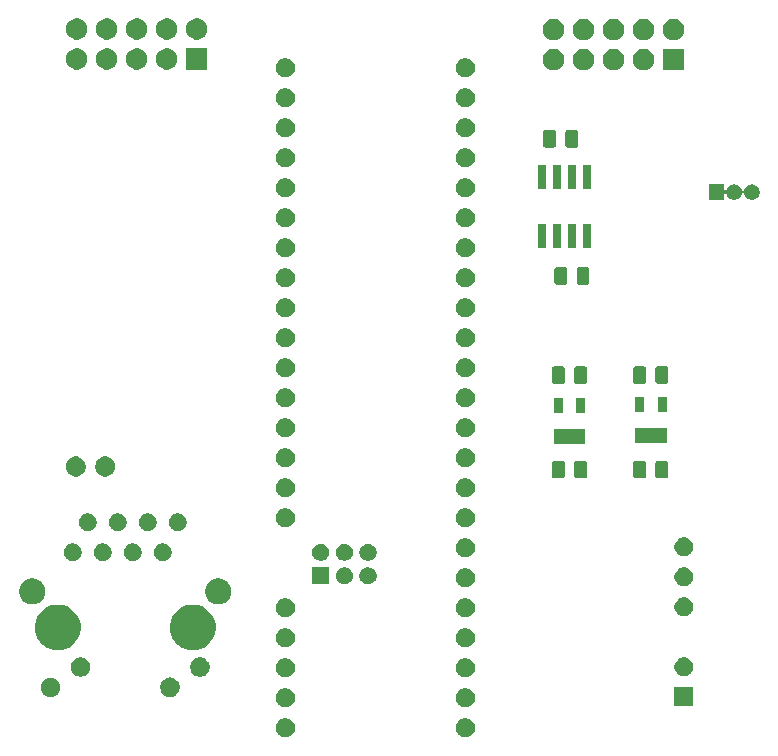
<source format=gts>
G04 #@! TF.GenerationSoftware,KiCad,Pcbnew,(5.1.6-0-10_14)*
G04 #@! TF.CreationDate,2020-11-05T10:51:19+09:00*
G04 #@! TF.ProjectId,teabiscuits_compute,74656162-6973-4637-9569-74735f636f6d,rev?*
G04 #@! TF.SameCoordinates,Original*
G04 #@! TF.FileFunction,Soldermask,Top*
G04 #@! TF.FilePolarity,Negative*
%FSLAX46Y46*%
G04 Gerber Fmt 4.6, Leading zero omitted, Abs format (unit mm)*
G04 Created by KiCad (PCBNEW (5.1.6-0-10_14)) date 2020-11-05 10:51:19*
%MOMM*%
%LPD*%
G01*
G04 APERTURE LIST*
%ADD10C,0.100000*%
G04 APERTURE END LIST*
D10*
G36*
X132477142Y-166088242D02*
G01*
X132625101Y-166149529D01*
X132758255Y-166238499D01*
X132871501Y-166351745D01*
X132960471Y-166484899D01*
X133021758Y-166632858D01*
X133053000Y-166789925D01*
X133053000Y-166950075D01*
X133021758Y-167107142D01*
X132960471Y-167255101D01*
X132871501Y-167388255D01*
X132758255Y-167501501D01*
X132625101Y-167590471D01*
X132477142Y-167651758D01*
X132320075Y-167683000D01*
X132159925Y-167683000D01*
X132002858Y-167651758D01*
X131854899Y-167590471D01*
X131721745Y-167501501D01*
X131608499Y-167388255D01*
X131519529Y-167255101D01*
X131458242Y-167107142D01*
X131427000Y-166950075D01*
X131427000Y-166789925D01*
X131458242Y-166632858D01*
X131519529Y-166484899D01*
X131608499Y-166351745D01*
X131721745Y-166238499D01*
X131854899Y-166149529D01*
X132002858Y-166088242D01*
X132159925Y-166057000D01*
X132320075Y-166057000D01*
X132477142Y-166088242D01*
G37*
G36*
X117237142Y-166088242D02*
G01*
X117385101Y-166149529D01*
X117518255Y-166238499D01*
X117631501Y-166351745D01*
X117720471Y-166484899D01*
X117781758Y-166632858D01*
X117813000Y-166789925D01*
X117813000Y-166950075D01*
X117781758Y-167107142D01*
X117720471Y-167255101D01*
X117631501Y-167388255D01*
X117518255Y-167501501D01*
X117385101Y-167590471D01*
X117237142Y-167651758D01*
X117080075Y-167683000D01*
X116919925Y-167683000D01*
X116762858Y-167651758D01*
X116614899Y-167590471D01*
X116481745Y-167501501D01*
X116368499Y-167388255D01*
X116279529Y-167255101D01*
X116218242Y-167107142D01*
X116187000Y-166950075D01*
X116187000Y-166789925D01*
X116218242Y-166632858D01*
X116279529Y-166484899D01*
X116368499Y-166351745D01*
X116481745Y-166238499D01*
X116614899Y-166149529D01*
X116762858Y-166088242D01*
X116919925Y-166057000D01*
X117080075Y-166057000D01*
X117237142Y-166088242D01*
G37*
G36*
X132477142Y-163548242D02*
G01*
X132625101Y-163609529D01*
X132758255Y-163698499D01*
X132871501Y-163811745D01*
X132960471Y-163944899D01*
X133021758Y-164092858D01*
X133053000Y-164249925D01*
X133053000Y-164410075D01*
X133021758Y-164567142D01*
X132960471Y-164715101D01*
X132871501Y-164848255D01*
X132758255Y-164961501D01*
X132625101Y-165050471D01*
X132477142Y-165111758D01*
X132320075Y-165143000D01*
X132159925Y-165143000D01*
X132002858Y-165111758D01*
X131854899Y-165050471D01*
X131721745Y-164961501D01*
X131608499Y-164848255D01*
X131519529Y-164715101D01*
X131458242Y-164567142D01*
X131427000Y-164410075D01*
X131427000Y-164249925D01*
X131458242Y-164092858D01*
X131519529Y-163944899D01*
X131608499Y-163811745D01*
X131721745Y-163698499D01*
X131854899Y-163609529D01*
X132002858Y-163548242D01*
X132159925Y-163517000D01*
X132320075Y-163517000D01*
X132477142Y-163548242D01*
G37*
G36*
X117237142Y-163548242D02*
G01*
X117385101Y-163609529D01*
X117518255Y-163698499D01*
X117631501Y-163811745D01*
X117720471Y-163944899D01*
X117781758Y-164092858D01*
X117813000Y-164249925D01*
X117813000Y-164410075D01*
X117781758Y-164567142D01*
X117720471Y-164715101D01*
X117631501Y-164848255D01*
X117518255Y-164961501D01*
X117385101Y-165050471D01*
X117237142Y-165111758D01*
X117080075Y-165143000D01*
X116919925Y-165143000D01*
X116762858Y-165111758D01*
X116614899Y-165050471D01*
X116481745Y-164961501D01*
X116368499Y-164848255D01*
X116279529Y-164715101D01*
X116218242Y-164567142D01*
X116187000Y-164410075D01*
X116187000Y-164249925D01*
X116218242Y-164092858D01*
X116279529Y-163944899D01*
X116368499Y-163811745D01*
X116481745Y-163698499D01*
X116614899Y-163609529D01*
X116762858Y-163548242D01*
X116919925Y-163517000D01*
X117080075Y-163517000D01*
X117237142Y-163548242D01*
G37*
G36*
X151551000Y-165051000D02*
G01*
X149949000Y-165051000D01*
X149949000Y-163449000D01*
X151551000Y-163449000D01*
X151551000Y-165051000D01*
G37*
G36*
X97360848Y-162656031D02*
G01*
X97462830Y-162698273D01*
X97511116Y-162718274D01*
X97646353Y-162808637D01*
X97761363Y-162923647D01*
X97851726Y-163058884D01*
X97851727Y-163058886D01*
X97913969Y-163209152D01*
X97941722Y-163348674D01*
X97945700Y-163368676D01*
X97945700Y-163531324D01*
X97913969Y-163690848D01*
X97851726Y-163841116D01*
X97761363Y-163976353D01*
X97646353Y-164091363D01*
X97511116Y-164181726D01*
X97511115Y-164181727D01*
X97511114Y-164181727D01*
X97360848Y-164243969D01*
X97201326Y-164275700D01*
X97038674Y-164275700D01*
X96879152Y-164243969D01*
X96728886Y-164181727D01*
X96728885Y-164181727D01*
X96728884Y-164181726D01*
X96593647Y-164091363D01*
X96478637Y-163976353D01*
X96388274Y-163841116D01*
X96326031Y-163690848D01*
X96294300Y-163531324D01*
X96294300Y-163368676D01*
X96298279Y-163348674D01*
X96326031Y-163209152D01*
X96388273Y-163058886D01*
X96388274Y-163058884D01*
X96478637Y-162923647D01*
X96593647Y-162808637D01*
X96728884Y-162718274D01*
X96777171Y-162698273D01*
X96879152Y-162656031D01*
X97038674Y-162624300D01*
X97201326Y-162624300D01*
X97360848Y-162656031D01*
G37*
G36*
X107411872Y-162624300D02*
G01*
X107470848Y-162636031D01*
X107621116Y-162698274D01*
X107756353Y-162788637D01*
X107871363Y-162903647D01*
X107884728Y-162923649D01*
X107961727Y-163038886D01*
X108023969Y-163189152D01*
X108055700Y-163348674D01*
X108055700Y-163511326D01*
X108023969Y-163670848D01*
X107965609Y-163811743D01*
X107961726Y-163821116D01*
X107871363Y-163956353D01*
X107756353Y-164071363D01*
X107621116Y-164161726D01*
X107621115Y-164161727D01*
X107621114Y-164161727D01*
X107470848Y-164223969D01*
X107311326Y-164255700D01*
X107148674Y-164255700D01*
X106989152Y-164223969D01*
X106838886Y-164161727D01*
X106838885Y-164161727D01*
X106838884Y-164161726D01*
X106703647Y-164071363D01*
X106588637Y-163956353D01*
X106498274Y-163821116D01*
X106494392Y-163811743D01*
X106436031Y-163670848D01*
X106404300Y-163511326D01*
X106404300Y-163348674D01*
X106436031Y-163189152D01*
X106498273Y-163038886D01*
X106575272Y-162923649D01*
X106588637Y-162903647D01*
X106703647Y-162788637D01*
X106838884Y-162698274D01*
X106989152Y-162636031D01*
X107048128Y-162624300D01*
X107148674Y-162604300D01*
X107311326Y-162604300D01*
X107411872Y-162624300D01*
G37*
G36*
X132477142Y-161008242D02*
G01*
X132625101Y-161069529D01*
X132758255Y-161158499D01*
X132871501Y-161271745D01*
X132960471Y-161404899D01*
X133021758Y-161552858D01*
X133053000Y-161709925D01*
X133053000Y-161870075D01*
X133021758Y-162027142D01*
X132960471Y-162175101D01*
X132871501Y-162308255D01*
X132758255Y-162421501D01*
X132625101Y-162510471D01*
X132477142Y-162571758D01*
X132320075Y-162603000D01*
X132159925Y-162603000D01*
X132002858Y-162571758D01*
X131854899Y-162510471D01*
X131721745Y-162421501D01*
X131608499Y-162308255D01*
X131519529Y-162175101D01*
X131458242Y-162027142D01*
X131427000Y-161870075D01*
X131427000Y-161709925D01*
X131458242Y-161552858D01*
X131519529Y-161404899D01*
X131608499Y-161271745D01*
X131721745Y-161158499D01*
X131854899Y-161069529D01*
X132002858Y-161008242D01*
X132159925Y-160977000D01*
X132320075Y-160977000D01*
X132477142Y-161008242D01*
G37*
G36*
X117237142Y-161008242D02*
G01*
X117385101Y-161069529D01*
X117518255Y-161158499D01*
X117631501Y-161271745D01*
X117720471Y-161404899D01*
X117781758Y-161552858D01*
X117813000Y-161709925D01*
X117813000Y-161870075D01*
X117781758Y-162027142D01*
X117720471Y-162175101D01*
X117631501Y-162308255D01*
X117518255Y-162421501D01*
X117385101Y-162510471D01*
X117237142Y-162571758D01*
X117080075Y-162603000D01*
X116919925Y-162603000D01*
X116762858Y-162571758D01*
X116614899Y-162510471D01*
X116481745Y-162421501D01*
X116368499Y-162308255D01*
X116279529Y-162175101D01*
X116218242Y-162027142D01*
X116187000Y-161870075D01*
X116187000Y-161709925D01*
X116218242Y-161552858D01*
X116279529Y-161404899D01*
X116368499Y-161271745D01*
X116481745Y-161158499D01*
X116614899Y-161069529D01*
X116762858Y-161008242D01*
X116919925Y-160977000D01*
X117080075Y-160977000D01*
X117237142Y-161008242D01*
G37*
G36*
X110010848Y-160936031D02*
G01*
X110161116Y-160998274D01*
X110296353Y-161088637D01*
X110411363Y-161203647D01*
X110456865Y-161271745D01*
X110501727Y-161338886D01*
X110563969Y-161489152D01*
X110595700Y-161648674D01*
X110595700Y-161811326D01*
X110563969Y-161970848D01*
X110514858Y-162089414D01*
X110501726Y-162121116D01*
X110411363Y-162256353D01*
X110296353Y-162371363D01*
X110161116Y-162461726D01*
X110161115Y-162461727D01*
X110161114Y-162461727D01*
X110010848Y-162523969D01*
X109851326Y-162555700D01*
X109688674Y-162555700D01*
X109529152Y-162523969D01*
X109378886Y-162461727D01*
X109378885Y-162461727D01*
X109378884Y-162461726D01*
X109243647Y-162371363D01*
X109128637Y-162256353D01*
X109038274Y-162121116D01*
X109025143Y-162089414D01*
X108976031Y-161970848D01*
X108944300Y-161811326D01*
X108944300Y-161648674D01*
X108976031Y-161489152D01*
X109038273Y-161338886D01*
X109083135Y-161271745D01*
X109128637Y-161203647D01*
X109243647Y-161088637D01*
X109378884Y-160998274D01*
X109529152Y-160936031D01*
X109688674Y-160904300D01*
X109851326Y-160904300D01*
X110010848Y-160936031D01*
G37*
G36*
X99900848Y-160936031D02*
G01*
X100051116Y-160998274D01*
X100186353Y-161088637D01*
X100301363Y-161203647D01*
X100346865Y-161271745D01*
X100391727Y-161338886D01*
X100453969Y-161489152D01*
X100485700Y-161648674D01*
X100485700Y-161811326D01*
X100453969Y-161970848D01*
X100404858Y-162089414D01*
X100391726Y-162121116D01*
X100301363Y-162256353D01*
X100186353Y-162371363D01*
X100051116Y-162461726D01*
X100051115Y-162461727D01*
X100051114Y-162461727D01*
X99900848Y-162523969D01*
X99741326Y-162555700D01*
X99578674Y-162555700D01*
X99419152Y-162523969D01*
X99268886Y-162461727D01*
X99268885Y-162461727D01*
X99268884Y-162461726D01*
X99133647Y-162371363D01*
X99018637Y-162256353D01*
X98928274Y-162121116D01*
X98915143Y-162089414D01*
X98866031Y-161970848D01*
X98834300Y-161811326D01*
X98834300Y-161648674D01*
X98866031Y-161489152D01*
X98928273Y-161338886D01*
X98973135Y-161271745D01*
X99018637Y-161203647D01*
X99133647Y-161088637D01*
X99268884Y-160998274D01*
X99419152Y-160936031D01*
X99578674Y-160904300D01*
X99741326Y-160904300D01*
X99900848Y-160936031D01*
G37*
G36*
X150983642Y-160939781D02*
G01*
X151124856Y-160998274D01*
X151129416Y-161000163D01*
X151260608Y-161087822D01*
X151372178Y-161199392D01*
X151375022Y-161203649D01*
X151459838Y-161330586D01*
X151520219Y-161476358D01*
X151551000Y-161631107D01*
X151551000Y-161788893D01*
X151520219Y-161943642D01*
X151459838Y-162089414D01*
X151459837Y-162089416D01*
X151372178Y-162220608D01*
X151260608Y-162332178D01*
X151129416Y-162419837D01*
X151129415Y-162419838D01*
X151129414Y-162419838D01*
X150983642Y-162480219D01*
X150828893Y-162511000D01*
X150671107Y-162511000D01*
X150516358Y-162480219D01*
X150370586Y-162419838D01*
X150370585Y-162419838D01*
X150370584Y-162419837D01*
X150239392Y-162332178D01*
X150127822Y-162220608D01*
X150040163Y-162089416D01*
X150040162Y-162089414D01*
X149979781Y-161943642D01*
X149949000Y-161788893D01*
X149949000Y-161631107D01*
X149979781Y-161476358D01*
X150040162Y-161330586D01*
X150124978Y-161203649D01*
X150127822Y-161199392D01*
X150239392Y-161087822D01*
X150370584Y-161000163D01*
X150375144Y-160998274D01*
X150516358Y-160939781D01*
X150671107Y-160909000D01*
X150828893Y-160909000D01*
X150983642Y-160939781D01*
G37*
G36*
X109518347Y-156472857D02*
G01*
X109723135Y-156513592D01*
X110074482Y-156659125D01*
X110390686Y-156870405D01*
X110659595Y-157139314D01*
X110870875Y-157455518D01*
X110870876Y-157455520D01*
X111016408Y-157806866D01*
X111090600Y-158179851D01*
X111090600Y-158560149D01*
X111056467Y-158731745D01*
X111016408Y-158933135D01*
X110870875Y-159284482D01*
X110659595Y-159600686D01*
X110390686Y-159869595D01*
X110074482Y-160080875D01*
X109723135Y-160226408D01*
X109598806Y-160251139D01*
X109350149Y-160300600D01*
X108969851Y-160300600D01*
X108721194Y-160251139D01*
X108596865Y-160226408D01*
X108245518Y-160080875D01*
X107929314Y-159869595D01*
X107660405Y-159600686D01*
X107449125Y-159284482D01*
X107303592Y-158933135D01*
X107263533Y-158731745D01*
X107229400Y-158560149D01*
X107229400Y-158179851D01*
X107303592Y-157806866D01*
X107449124Y-157455520D01*
X107449125Y-157455518D01*
X107660405Y-157139314D01*
X107929314Y-156870405D01*
X108245518Y-156659125D01*
X108596865Y-156513592D01*
X108801653Y-156472857D01*
X108969851Y-156439400D01*
X109350149Y-156439400D01*
X109518347Y-156472857D01*
G37*
G36*
X98088347Y-156472857D02*
G01*
X98293135Y-156513592D01*
X98644482Y-156659125D01*
X98960686Y-156870405D01*
X99229595Y-157139314D01*
X99440875Y-157455518D01*
X99440876Y-157455520D01*
X99586408Y-157806866D01*
X99660600Y-158179851D01*
X99660600Y-158560149D01*
X99626467Y-158731745D01*
X99586408Y-158933135D01*
X99440875Y-159284482D01*
X99229595Y-159600686D01*
X98960686Y-159869595D01*
X98644482Y-160080875D01*
X98293135Y-160226408D01*
X98168806Y-160251139D01*
X97920149Y-160300600D01*
X97539851Y-160300600D01*
X97291194Y-160251139D01*
X97166865Y-160226408D01*
X96815518Y-160080875D01*
X96499314Y-159869595D01*
X96230405Y-159600686D01*
X96019125Y-159284482D01*
X95873592Y-158933135D01*
X95833533Y-158731745D01*
X95799400Y-158560149D01*
X95799400Y-158179851D01*
X95873592Y-157806866D01*
X96019124Y-157455520D01*
X96019125Y-157455518D01*
X96230405Y-157139314D01*
X96499314Y-156870405D01*
X96815518Y-156659125D01*
X97166865Y-156513592D01*
X97371653Y-156472857D01*
X97539851Y-156439400D01*
X97920149Y-156439400D01*
X98088347Y-156472857D01*
G37*
G36*
X132477142Y-158468242D02*
G01*
X132625101Y-158529529D01*
X132758255Y-158618499D01*
X132871501Y-158731745D01*
X132960471Y-158864899D01*
X133021758Y-159012858D01*
X133053000Y-159169925D01*
X133053000Y-159330075D01*
X133021758Y-159487142D01*
X132960471Y-159635101D01*
X132871501Y-159768255D01*
X132758255Y-159881501D01*
X132625101Y-159970471D01*
X132477142Y-160031758D01*
X132320075Y-160063000D01*
X132159925Y-160063000D01*
X132002858Y-160031758D01*
X131854899Y-159970471D01*
X131721745Y-159881501D01*
X131608499Y-159768255D01*
X131519529Y-159635101D01*
X131458242Y-159487142D01*
X131427000Y-159330075D01*
X131427000Y-159169925D01*
X131458242Y-159012858D01*
X131519529Y-158864899D01*
X131608499Y-158731745D01*
X131721745Y-158618499D01*
X131854899Y-158529529D01*
X132002858Y-158468242D01*
X132159925Y-158437000D01*
X132320075Y-158437000D01*
X132477142Y-158468242D01*
G37*
G36*
X117237142Y-158468242D02*
G01*
X117385101Y-158529529D01*
X117518255Y-158618499D01*
X117631501Y-158731745D01*
X117720471Y-158864899D01*
X117781758Y-159012858D01*
X117813000Y-159169925D01*
X117813000Y-159330075D01*
X117781758Y-159487142D01*
X117720471Y-159635101D01*
X117631501Y-159768255D01*
X117518255Y-159881501D01*
X117385101Y-159970471D01*
X117237142Y-160031758D01*
X117080075Y-160063000D01*
X116919925Y-160063000D01*
X116762858Y-160031758D01*
X116614899Y-159970471D01*
X116481745Y-159881501D01*
X116368499Y-159768255D01*
X116279529Y-159635101D01*
X116218242Y-159487142D01*
X116187000Y-159330075D01*
X116187000Y-159169925D01*
X116218242Y-159012858D01*
X116279529Y-158864899D01*
X116368499Y-158731745D01*
X116481745Y-158618499D01*
X116614899Y-158529529D01*
X116762858Y-158468242D01*
X116919925Y-158437000D01*
X117080075Y-158437000D01*
X117237142Y-158468242D01*
G37*
G36*
X132477142Y-155928242D02*
G01*
X132625101Y-155989529D01*
X132758255Y-156078499D01*
X132871501Y-156191745D01*
X132960471Y-156324899D01*
X133021758Y-156472858D01*
X133053000Y-156629925D01*
X133053000Y-156790075D01*
X133021758Y-156947142D01*
X132960471Y-157095101D01*
X132871501Y-157228255D01*
X132758255Y-157341501D01*
X132625101Y-157430471D01*
X132477142Y-157491758D01*
X132320075Y-157523000D01*
X132159925Y-157523000D01*
X132002858Y-157491758D01*
X131854899Y-157430471D01*
X131721745Y-157341501D01*
X131608499Y-157228255D01*
X131519529Y-157095101D01*
X131458242Y-156947142D01*
X131427000Y-156790075D01*
X131427000Y-156629925D01*
X131458242Y-156472858D01*
X131519529Y-156324899D01*
X131608499Y-156191745D01*
X131721745Y-156078499D01*
X131854899Y-155989529D01*
X132002858Y-155928242D01*
X132159925Y-155897000D01*
X132320075Y-155897000D01*
X132477142Y-155928242D01*
G37*
G36*
X117237142Y-155928242D02*
G01*
X117385101Y-155989529D01*
X117518255Y-156078499D01*
X117631501Y-156191745D01*
X117720471Y-156324899D01*
X117781758Y-156472858D01*
X117813000Y-156629925D01*
X117813000Y-156790075D01*
X117781758Y-156947142D01*
X117720471Y-157095101D01*
X117631501Y-157228255D01*
X117518255Y-157341501D01*
X117385101Y-157430471D01*
X117237142Y-157491758D01*
X117080075Y-157523000D01*
X116919925Y-157523000D01*
X116762858Y-157491758D01*
X116614899Y-157430471D01*
X116481745Y-157341501D01*
X116368499Y-157228255D01*
X116279529Y-157095101D01*
X116218242Y-156947142D01*
X116187000Y-156790075D01*
X116187000Y-156629925D01*
X116218242Y-156472858D01*
X116279529Y-156324899D01*
X116368499Y-156191745D01*
X116481745Y-156078499D01*
X116614899Y-155989529D01*
X116762858Y-155928242D01*
X116919925Y-155897000D01*
X117080075Y-155897000D01*
X117237142Y-155928242D01*
G37*
G36*
X150983642Y-155859781D02*
G01*
X151129414Y-155920162D01*
X151129416Y-155920163D01*
X151260608Y-156007822D01*
X151372178Y-156119392D01*
X151420521Y-156191743D01*
X151459838Y-156250586D01*
X151520219Y-156396358D01*
X151551000Y-156551107D01*
X151551000Y-156708893D01*
X151520219Y-156863642D01*
X151459838Y-157009414D01*
X151459837Y-157009416D01*
X151372178Y-157140608D01*
X151260608Y-157252178D01*
X151129416Y-157339837D01*
X151129415Y-157339838D01*
X151129414Y-157339838D01*
X150983642Y-157400219D01*
X150828893Y-157431000D01*
X150671107Y-157431000D01*
X150516358Y-157400219D01*
X150370586Y-157339838D01*
X150370585Y-157339838D01*
X150370584Y-157339837D01*
X150239392Y-157252178D01*
X150127822Y-157140608D01*
X150040163Y-157009416D01*
X150040162Y-157009414D01*
X149979781Y-156863642D01*
X149949000Y-156708893D01*
X149949000Y-156551107D01*
X149979781Y-156396358D01*
X150040162Y-156250586D01*
X150079479Y-156191743D01*
X150127822Y-156119392D01*
X150239392Y-156007822D01*
X150370584Y-155920163D01*
X150370586Y-155920162D01*
X150516358Y-155859781D01*
X150671107Y-155829000D01*
X150828893Y-155829000D01*
X150983642Y-155859781D01*
G37*
G36*
X111642344Y-154257368D02*
G01*
X111843459Y-154340673D01*
X112024458Y-154461613D01*
X112178385Y-154615540D01*
X112252192Y-154726000D01*
X112299326Y-154796541D01*
X112301380Y-154801499D01*
X112382630Y-154997654D01*
X112425098Y-155211157D01*
X112425098Y-155428843D01*
X112382630Y-155642346D01*
X112299325Y-155843461D01*
X112178385Y-156024460D01*
X112024458Y-156178387D01*
X111843459Y-156299327D01*
X111642344Y-156382632D01*
X111573343Y-156396357D01*
X111428842Y-156425100D01*
X111211154Y-156425100D01*
X111066653Y-156396357D01*
X110997652Y-156382632D01*
X110796537Y-156299327D01*
X110615538Y-156178387D01*
X110461611Y-156024460D01*
X110340671Y-155843461D01*
X110257366Y-155642346D01*
X110214898Y-155428843D01*
X110214898Y-155211157D01*
X110257366Y-154997654D01*
X110338616Y-154801499D01*
X110340670Y-154796541D01*
X110387804Y-154726000D01*
X110461611Y-154615540D01*
X110615538Y-154461613D01*
X110796537Y-154340673D01*
X110997652Y-154257368D01*
X111211154Y-154214900D01*
X111428842Y-154214900D01*
X111642344Y-154257368D01*
G37*
G36*
X95892348Y-154257368D02*
G01*
X96093463Y-154340673D01*
X96274462Y-154461613D01*
X96428389Y-154615540D01*
X96502196Y-154726000D01*
X96549330Y-154796541D01*
X96551384Y-154801499D01*
X96632634Y-154997654D01*
X96675102Y-155211157D01*
X96675102Y-155428843D01*
X96632634Y-155642346D01*
X96549329Y-155843461D01*
X96428389Y-156024460D01*
X96274462Y-156178387D01*
X96093463Y-156299327D01*
X95892348Y-156382632D01*
X95823347Y-156396357D01*
X95678846Y-156425100D01*
X95461158Y-156425100D01*
X95316657Y-156396357D01*
X95247656Y-156382632D01*
X95046541Y-156299327D01*
X94865542Y-156178387D01*
X94711615Y-156024460D01*
X94590675Y-155843461D01*
X94507370Y-155642346D01*
X94464902Y-155428843D01*
X94464902Y-155211157D01*
X94507370Y-154997654D01*
X94588620Y-154801499D01*
X94590674Y-154796541D01*
X94637808Y-154726000D01*
X94711615Y-154615540D01*
X94865542Y-154461613D01*
X95046541Y-154340673D01*
X95247656Y-154257368D01*
X95461158Y-154214900D01*
X95678846Y-154214900D01*
X95892348Y-154257368D01*
G37*
G36*
X132477142Y-153388242D02*
G01*
X132625101Y-153449529D01*
X132758255Y-153538499D01*
X132871501Y-153651745D01*
X132960471Y-153784899D01*
X133021758Y-153932858D01*
X133053000Y-154089925D01*
X133053000Y-154250075D01*
X133021758Y-154407142D01*
X132960471Y-154555101D01*
X132871501Y-154688255D01*
X132758255Y-154801501D01*
X132625101Y-154890471D01*
X132477142Y-154951758D01*
X132320075Y-154983000D01*
X132159925Y-154983000D01*
X132002858Y-154951758D01*
X131854899Y-154890471D01*
X131721745Y-154801501D01*
X131608499Y-154688255D01*
X131519529Y-154555101D01*
X131458242Y-154407142D01*
X131427000Y-154250075D01*
X131427000Y-154089925D01*
X131458242Y-153932858D01*
X131519529Y-153784899D01*
X131608499Y-153651745D01*
X131721745Y-153538499D01*
X131854899Y-153449529D01*
X132002858Y-153388242D01*
X132159925Y-153357000D01*
X132320075Y-153357000D01*
X132477142Y-153388242D01*
G37*
G36*
X150983642Y-153319781D02*
G01*
X151129414Y-153380162D01*
X151129416Y-153380163D01*
X151260608Y-153467822D01*
X151372178Y-153579392D01*
X151423440Y-153656112D01*
X151459838Y-153710586D01*
X151520219Y-153856358D01*
X151551000Y-154011107D01*
X151551000Y-154168893D01*
X151520219Y-154323642D01*
X151463070Y-154461612D01*
X151459837Y-154469416D01*
X151372178Y-154600608D01*
X151260608Y-154712178D01*
X151129416Y-154799837D01*
X151129415Y-154799838D01*
X151129414Y-154799838D01*
X150983642Y-154860219D01*
X150828893Y-154891000D01*
X150671107Y-154891000D01*
X150516358Y-154860219D01*
X150370586Y-154799838D01*
X150370585Y-154799838D01*
X150370584Y-154799837D01*
X150239392Y-154712178D01*
X150127822Y-154600608D01*
X150040163Y-154469416D01*
X150036930Y-154461612D01*
X149979781Y-154323642D01*
X149949000Y-154168893D01*
X149949000Y-154011107D01*
X149979781Y-153856358D01*
X150040162Y-153710586D01*
X150076560Y-153656112D01*
X150127822Y-153579392D01*
X150239392Y-153467822D01*
X150370584Y-153380163D01*
X150370586Y-153380162D01*
X150516358Y-153319781D01*
X150671107Y-153289000D01*
X150828893Y-153289000D01*
X150983642Y-153319781D01*
G37*
G36*
X120726000Y-154726000D02*
G01*
X119274000Y-154726000D01*
X119274000Y-153274000D01*
X120726000Y-153274000D01*
X120726000Y-154726000D01*
G37*
G36*
X124211766Y-153301899D02*
G01*
X124343888Y-153356626D01*
X124343890Y-153356627D01*
X124462798Y-153436079D01*
X124563921Y-153537202D01*
X124592112Y-153579393D01*
X124643374Y-153656112D01*
X124698101Y-153788234D01*
X124726000Y-153928494D01*
X124726000Y-154071506D01*
X124698101Y-154211766D01*
X124644706Y-154340672D01*
X124643373Y-154343890D01*
X124563921Y-154462798D01*
X124462798Y-154563921D01*
X124343890Y-154643373D01*
X124343889Y-154643374D01*
X124343888Y-154643374D01*
X124211766Y-154698101D01*
X124071506Y-154726000D01*
X123928494Y-154726000D01*
X123788234Y-154698101D01*
X123656112Y-154643374D01*
X123656111Y-154643374D01*
X123656110Y-154643373D01*
X123537202Y-154563921D01*
X123436079Y-154462798D01*
X123356627Y-154343890D01*
X123355294Y-154340672D01*
X123301899Y-154211766D01*
X123274000Y-154071506D01*
X123274000Y-153928494D01*
X123301899Y-153788234D01*
X123356626Y-153656112D01*
X123407888Y-153579393D01*
X123436079Y-153537202D01*
X123537202Y-153436079D01*
X123656110Y-153356627D01*
X123656112Y-153356626D01*
X123788234Y-153301899D01*
X123928494Y-153274000D01*
X124071506Y-153274000D01*
X124211766Y-153301899D01*
G37*
G36*
X122211766Y-153301899D02*
G01*
X122343888Y-153356626D01*
X122343890Y-153356627D01*
X122462798Y-153436079D01*
X122563921Y-153537202D01*
X122592112Y-153579393D01*
X122643374Y-153656112D01*
X122698101Y-153788234D01*
X122726000Y-153928494D01*
X122726000Y-154071506D01*
X122698101Y-154211766D01*
X122644706Y-154340672D01*
X122643373Y-154343890D01*
X122563921Y-154462798D01*
X122462798Y-154563921D01*
X122343890Y-154643373D01*
X122343889Y-154643374D01*
X122343888Y-154643374D01*
X122211766Y-154698101D01*
X122071506Y-154726000D01*
X121928494Y-154726000D01*
X121788234Y-154698101D01*
X121656112Y-154643374D01*
X121656111Y-154643374D01*
X121656110Y-154643373D01*
X121537202Y-154563921D01*
X121436079Y-154462798D01*
X121356627Y-154343890D01*
X121355294Y-154340672D01*
X121301899Y-154211766D01*
X121274000Y-154071506D01*
X121274000Y-153928494D01*
X121301899Y-153788234D01*
X121356626Y-153656112D01*
X121407888Y-153579393D01*
X121436079Y-153537202D01*
X121537202Y-153436079D01*
X121656110Y-153356627D01*
X121656112Y-153356626D01*
X121788234Y-153301899D01*
X121928494Y-153274000D01*
X122071506Y-153274000D01*
X122211766Y-153301899D01*
G37*
G36*
X99094425Y-151254599D02*
G01*
X99218621Y-151279302D01*
X99355022Y-151335801D01*
X99477779Y-151417825D01*
X99582175Y-151522221D01*
X99664199Y-151644978D01*
X99720698Y-151781379D01*
X99749500Y-151926181D01*
X99749500Y-152073819D01*
X99720698Y-152218621D01*
X99664199Y-152355022D01*
X99582175Y-152477779D01*
X99477779Y-152582175D01*
X99355022Y-152664199D01*
X99218621Y-152720698D01*
X99094425Y-152745401D01*
X99073820Y-152749500D01*
X98926180Y-152749500D01*
X98905575Y-152745401D01*
X98781379Y-152720698D01*
X98644978Y-152664199D01*
X98522221Y-152582175D01*
X98417825Y-152477779D01*
X98335801Y-152355022D01*
X98279302Y-152218621D01*
X98250500Y-152073819D01*
X98250500Y-151926181D01*
X98279302Y-151781379D01*
X98335801Y-151644978D01*
X98417825Y-151522221D01*
X98522221Y-151417825D01*
X98644978Y-151335801D01*
X98781379Y-151279302D01*
X98905575Y-151254599D01*
X98926180Y-151250500D01*
X99073820Y-151250500D01*
X99094425Y-151254599D01*
G37*
G36*
X101634425Y-151254599D02*
G01*
X101758621Y-151279302D01*
X101895022Y-151335801D01*
X102017779Y-151417825D01*
X102122175Y-151522221D01*
X102204199Y-151644978D01*
X102260698Y-151781379D01*
X102289500Y-151926181D01*
X102289500Y-152073819D01*
X102260698Y-152218621D01*
X102204199Y-152355022D01*
X102122175Y-152477779D01*
X102017779Y-152582175D01*
X101895022Y-152664199D01*
X101758621Y-152720698D01*
X101634425Y-152745401D01*
X101613820Y-152749500D01*
X101466180Y-152749500D01*
X101445575Y-152745401D01*
X101321379Y-152720698D01*
X101184978Y-152664199D01*
X101062221Y-152582175D01*
X100957825Y-152477779D01*
X100875801Y-152355022D01*
X100819302Y-152218621D01*
X100790500Y-152073819D01*
X100790500Y-151926181D01*
X100819302Y-151781379D01*
X100875801Y-151644978D01*
X100957825Y-151522221D01*
X101062221Y-151417825D01*
X101184978Y-151335801D01*
X101321379Y-151279302D01*
X101445575Y-151254599D01*
X101466180Y-151250500D01*
X101613820Y-151250500D01*
X101634425Y-151254599D01*
G37*
G36*
X104174425Y-151254599D02*
G01*
X104298621Y-151279302D01*
X104435022Y-151335801D01*
X104557779Y-151417825D01*
X104662175Y-151522221D01*
X104744199Y-151644978D01*
X104800698Y-151781379D01*
X104829500Y-151926181D01*
X104829500Y-152073819D01*
X104800698Y-152218621D01*
X104744199Y-152355022D01*
X104662175Y-152477779D01*
X104557779Y-152582175D01*
X104435022Y-152664199D01*
X104298621Y-152720698D01*
X104174425Y-152745401D01*
X104153820Y-152749500D01*
X104006180Y-152749500D01*
X103985575Y-152745401D01*
X103861379Y-152720698D01*
X103724978Y-152664199D01*
X103602221Y-152582175D01*
X103497825Y-152477779D01*
X103415801Y-152355022D01*
X103359302Y-152218621D01*
X103330500Y-152073819D01*
X103330500Y-151926181D01*
X103359302Y-151781379D01*
X103415801Y-151644978D01*
X103497825Y-151522221D01*
X103602221Y-151417825D01*
X103724978Y-151335801D01*
X103861379Y-151279302D01*
X103985575Y-151254599D01*
X104006180Y-151250500D01*
X104153820Y-151250500D01*
X104174425Y-151254599D01*
G37*
G36*
X106714425Y-151254599D02*
G01*
X106838621Y-151279302D01*
X106975022Y-151335801D01*
X107097779Y-151417825D01*
X107202175Y-151522221D01*
X107284199Y-151644978D01*
X107340698Y-151781379D01*
X107369500Y-151926181D01*
X107369500Y-152073819D01*
X107340698Y-152218621D01*
X107284199Y-152355022D01*
X107202175Y-152477779D01*
X107097779Y-152582175D01*
X106975022Y-152664199D01*
X106838621Y-152720698D01*
X106714425Y-152745401D01*
X106693820Y-152749500D01*
X106546180Y-152749500D01*
X106525575Y-152745401D01*
X106401379Y-152720698D01*
X106264978Y-152664199D01*
X106142221Y-152582175D01*
X106037825Y-152477779D01*
X105955801Y-152355022D01*
X105899302Y-152218621D01*
X105870500Y-152073819D01*
X105870500Y-151926181D01*
X105899302Y-151781379D01*
X105955801Y-151644978D01*
X106037825Y-151522221D01*
X106142221Y-151417825D01*
X106264978Y-151335801D01*
X106401379Y-151279302D01*
X106525575Y-151254599D01*
X106546180Y-151250500D01*
X106693820Y-151250500D01*
X106714425Y-151254599D01*
G37*
G36*
X124211766Y-151301899D02*
G01*
X124343888Y-151356626D01*
X124343890Y-151356627D01*
X124462798Y-151436079D01*
X124563921Y-151537202D01*
X124643373Y-151656110D01*
X124643374Y-151656112D01*
X124698101Y-151788234D01*
X124726000Y-151928494D01*
X124726000Y-152071506D01*
X124698101Y-152211766D01*
X124653178Y-152320218D01*
X124643373Y-152343890D01*
X124563921Y-152462798D01*
X124462798Y-152563921D01*
X124343890Y-152643373D01*
X124343889Y-152643374D01*
X124343888Y-152643374D01*
X124211766Y-152698101D01*
X124071506Y-152726000D01*
X123928494Y-152726000D01*
X123788234Y-152698101D01*
X123656112Y-152643374D01*
X123656111Y-152643374D01*
X123656110Y-152643373D01*
X123537202Y-152563921D01*
X123436079Y-152462798D01*
X123356627Y-152343890D01*
X123346822Y-152320218D01*
X123301899Y-152211766D01*
X123274000Y-152071506D01*
X123274000Y-151928494D01*
X123301899Y-151788234D01*
X123356626Y-151656112D01*
X123356627Y-151656110D01*
X123436079Y-151537202D01*
X123537202Y-151436079D01*
X123656110Y-151356627D01*
X123656112Y-151356626D01*
X123788234Y-151301899D01*
X123928494Y-151274000D01*
X124071506Y-151274000D01*
X124211766Y-151301899D01*
G37*
G36*
X122211766Y-151301899D02*
G01*
X122343888Y-151356626D01*
X122343890Y-151356627D01*
X122462798Y-151436079D01*
X122563921Y-151537202D01*
X122643373Y-151656110D01*
X122643374Y-151656112D01*
X122698101Y-151788234D01*
X122726000Y-151928494D01*
X122726000Y-152071506D01*
X122698101Y-152211766D01*
X122653178Y-152320218D01*
X122643373Y-152343890D01*
X122563921Y-152462798D01*
X122462798Y-152563921D01*
X122343890Y-152643373D01*
X122343889Y-152643374D01*
X122343888Y-152643374D01*
X122211766Y-152698101D01*
X122071506Y-152726000D01*
X121928494Y-152726000D01*
X121788234Y-152698101D01*
X121656112Y-152643374D01*
X121656111Y-152643374D01*
X121656110Y-152643373D01*
X121537202Y-152563921D01*
X121436079Y-152462798D01*
X121356627Y-152343890D01*
X121346822Y-152320218D01*
X121301899Y-152211766D01*
X121274000Y-152071506D01*
X121274000Y-151928494D01*
X121301899Y-151788234D01*
X121356626Y-151656112D01*
X121356627Y-151656110D01*
X121436079Y-151537202D01*
X121537202Y-151436079D01*
X121656110Y-151356627D01*
X121656112Y-151356626D01*
X121788234Y-151301899D01*
X121928494Y-151274000D01*
X122071506Y-151274000D01*
X122211766Y-151301899D01*
G37*
G36*
X120211766Y-151301899D02*
G01*
X120343888Y-151356626D01*
X120343890Y-151356627D01*
X120462798Y-151436079D01*
X120563921Y-151537202D01*
X120643373Y-151656110D01*
X120643374Y-151656112D01*
X120698101Y-151788234D01*
X120726000Y-151928494D01*
X120726000Y-152071506D01*
X120698101Y-152211766D01*
X120653178Y-152320218D01*
X120643373Y-152343890D01*
X120563921Y-152462798D01*
X120462798Y-152563921D01*
X120343890Y-152643373D01*
X120343889Y-152643374D01*
X120343888Y-152643374D01*
X120211766Y-152698101D01*
X120071506Y-152726000D01*
X119928494Y-152726000D01*
X119788234Y-152698101D01*
X119656112Y-152643374D01*
X119656111Y-152643374D01*
X119656110Y-152643373D01*
X119537202Y-152563921D01*
X119436079Y-152462798D01*
X119356627Y-152343890D01*
X119346822Y-152320218D01*
X119301899Y-152211766D01*
X119274000Y-152071506D01*
X119274000Y-151928494D01*
X119301899Y-151788234D01*
X119356626Y-151656112D01*
X119356627Y-151656110D01*
X119436079Y-151537202D01*
X119537202Y-151436079D01*
X119656110Y-151356627D01*
X119656112Y-151356626D01*
X119788234Y-151301899D01*
X119928494Y-151274000D01*
X120071506Y-151274000D01*
X120211766Y-151301899D01*
G37*
G36*
X132477142Y-150848242D02*
G01*
X132625101Y-150909529D01*
X132758255Y-150998499D01*
X132871501Y-151111745D01*
X132960471Y-151244899D01*
X133021758Y-151392858D01*
X133053000Y-151549925D01*
X133053000Y-151710075D01*
X133021758Y-151867142D01*
X132960471Y-152015101D01*
X132871501Y-152148255D01*
X132758255Y-152261501D01*
X132625101Y-152350471D01*
X132477142Y-152411758D01*
X132320075Y-152443000D01*
X132159925Y-152443000D01*
X132002858Y-152411758D01*
X131854899Y-152350471D01*
X131721745Y-152261501D01*
X131608499Y-152148255D01*
X131519529Y-152015101D01*
X131458242Y-151867142D01*
X131427000Y-151710075D01*
X131427000Y-151549925D01*
X131458242Y-151392858D01*
X131519529Y-151244899D01*
X131608499Y-151111745D01*
X131721745Y-150998499D01*
X131854899Y-150909529D01*
X132002858Y-150848242D01*
X132159925Y-150817000D01*
X132320075Y-150817000D01*
X132477142Y-150848242D01*
G37*
G36*
X150983642Y-150779781D02*
G01*
X151129414Y-150840162D01*
X151129416Y-150840163D01*
X151260608Y-150927822D01*
X151372178Y-151039392D01*
X151420521Y-151111743D01*
X151459838Y-151170586D01*
X151520219Y-151316358D01*
X151551000Y-151471107D01*
X151551000Y-151628893D01*
X151520219Y-151783642D01*
X151459838Y-151929414D01*
X151459837Y-151929416D01*
X151372178Y-152060608D01*
X151260608Y-152172178D01*
X151129416Y-152259837D01*
X151129415Y-152259838D01*
X151129414Y-152259838D01*
X150983642Y-152320219D01*
X150828893Y-152351000D01*
X150671107Y-152351000D01*
X150516358Y-152320219D01*
X150370586Y-152259838D01*
X150370585Y-152259838D01*
X150370584Y-152259837D01*
X150239392Y-152172178D01*
X150127822Y-152060608D01*
X150040163Y-151929416D01*
X150040162Y-151929414D01*
X149979781Y-151783642D01*
X149949000Y-151628893D01*
X149949000Y-151471107D01*
X149979781Y-151316358D01*
X150040162Y-151170586D01*
X150079479Y-151111743D01*
X150127822Y-151039392D01*
X150239392Y-150927822D01*
X150370584Y-150840163D01*
X150370586Y-150840162D01*
X150516358Y-150779781D01*
X150671107Y-150749000D01*
X150828893Y-150749000D01*
X150983642Y-150779781D01*
G37*
G36*
X100364425Y-148714599D02*
G01*
X100488621Y-148739302D01*
X100625022Y-148795801D01*
X100747779Y-148877825D01*
X100852175Y-148982221D01*
X100934199Y-149104978D01*
X100990698Y-149241379D01*
X101019500Y-149386181D01*
X101019500Y-149533819D01*
X100990698Y-149678621D01*
X100934199Y-149815022D01*
X100852175Y-149937779D01*
X100747779Y-150042175D01*
X100625022Y-150124199D01*
X100488621Y-150180698D01*
X100364425Y-150205401D01*
X100343820Y-150209500D01*
X100196180Y-150209500D01*
X100175575Y-150205401D01*
X100051379Y-150180698D01*
X99914978Y-150124199D01*
X99792221Y-150042175D01*
X99687825Y-149937779D01*
X99605801Y-149815022D01*
X99549302Y-149678621D01*
X99520500Y-149533819D01*
X99520500Y-149386181D01*
X99549302Y-149241379D01*
X99605801Y-149104978D01*
X99687825Y-148982221D01*
X99792221Y-148877825D01*
X99914978Y-148795801D01*
X100051379Y-148739302D01*
X100175575Y-148714599D01*
X100196180Y-148710500D01*
X100343820Y-148710500D01*
X100364425Y-148714599D01*
G37*
G36*
X102904425Y-148714599D02*
G01*
X103028621Y-148739302D01*
X103165022Y-148795801D01*
X103287779Y-148877825D01*
X103392175Y-148982221D01*
X103474199Y-149104978D01*
X103530698Y-149241379D01*
X103559500Y-149386181D01*
X103559500Y-149533819D01*
X103530698Y-149678621D01*
X103474199Y-149815022D01*
X103392175Y-149937779D01*
X103287779Y-150042175D01*
X103165022Y-150124199D01*
X103028621Y-150180698D01*
X102904425Y-150205401D01*
X102883820Y-150209500D01*
X102736180Y-150209500D01*
X102715575Y-150205401D01*
X102591379Y-150180698D01*
X102454978Y-150124199D01*
X102332221Y-150042175D01*
X102227825Y-149937779D01*
X102145801Y-149815022D01*
X102089302Y-149678621D01*
X102060500Y-149533819D01*
X102060500Y-149386181D01*
X102089302Y-149241379D01*
X102145801Y-149104978D01*
X102227825Y-148982221D01*
X102332221Y-148877825D01*
X102454978Y-148795801D01*
X102591379Y-148739302D01*
X102715575Y-148714599D01*
X102736180Y-148710500D01*
X102883820Y-148710500D01*
X102904425Y-148714599D01*
G37*
G36*
X105444425Y-148714599D02*
G01*
X105568621Y-148739302D01*
X105705022Y-148795801D01*
X105827779Y-148877825D01*
X105932175Y-148982221D01*
X106014199Y-149104978D01*
X106070698Y-149241379D01*
X106099500Y-149386181D01*
X106099500Y-149533819D01*
X106070698Y-149678621D01*
X106014199Y-149815022D01*
X105932175Y-149937779D01*
X105827779Y-150042175D01*
X105705022Y-150124199D01*
X105568621Y-150180698D01*
X105444425Y-150205401D01*
X105423820Y-150209500D01*
X105276180Y-150209500D01*
X105255575Y-150205401D01*
X105131379Y-150180698D01*
X104994978Y-150124199D01*
X104872221Y-150042175D01*
X104767825Y-149937779D01*
X104685801Y-149815022D01*
X104629302Y-149678621D01*
X104600500Y-149533819D01*
X104600500Y-149386181D01*
X104629302Y-149241379D01*
X104685801Y-149104978D01*
X104767825Y-148982221D01*
X104872221Y-148877825D01*
X104994978Y-148795801D01*
X105131379Y-148739302D01*
X105255575Y-148714599D01*
X105276180Y-148710500D01*
X105423820Y-148710500D01*
X105444425Y-148714599D01*
G37*
G36*
X107984425Y-148714599D02*
G01*
X108108621Y-148739302D01*
X108245022Y-148795801D01*
X108367779Y-148877825D01*
X108472175Y-148982221D01*
X108554199Y-149104978D01*
X108610698Y-149241379D01*
X108639500Y-149386181D01*
X108639500Y-149533819D01*
X108610698Y-149678621D01*
X108554199Y-149815022D01*
X108472175Y-149937779D01*
X108367779Y-150042175D01*
X108245022Y-150124199D01*
X108108621Y-150180698D01*
X107984425Y-150205401D01*
X107963820Y-150209500D01*
X107816180Y-150209500D01*
X107795575Y-150205401D01*
X107671379Y-150180698D01*
X107534978Y-150124199D01*
X107412221Y-150042175D01*
X107307825Y-149937779D01*
X107225801Y-149815022D01*
X107169302Y-149678621D01*
X107140500Y-149533819D01*
X107140500Y-149386181D01*
X107169302Y-149241379D01*
X107225801Y-149104978D01*
X107307825Y-148982221D01*
X107412221Y-148877825D01*
X107534978Y-148795801D01*
X107671379Y-148739302D01*
X107795575Y-148714599D01*
X107816180Y-148710500D01*
X107963820Y-148710500D01*
X107984425Y-148714599D01*
G37*
G36*
X132477142Y-148308242D02*
G01*
X132625101Y-148369529D01*
X132758255Y-148458499D01*
X132871501Y-148571745D01*
X132960471Y-148704899D01*
X133021758Y-148852858D01*
X133053000Y-149009925D01*
X133053000Y-149170075D01*
X133021758Y-149327142D01*
X132960471Y-149475101D01*
X132871501Y-149608255D01*
X132758255Y-149721501D01*
X132625101Y-149810471D01*
X132477142Y-149871758D01*
X132320075Y-149903000D01*
X132159925Y-149903000D01*
X132002858Y-149871758D01*
X131854899Y-149810471D01*
X131721745Y-149721501D01*
X131608499Y-149608255D01*
X131519529Y-149475101D01*
X131458242Y-149327142D01*
X131427000Y-149170075D01*
X131427000Y-149009925D01*
X131458242Y-148852858D01*
X131519529Y-148704899D01*
X131608499Y-148571745D01*
X131721745Y-148458499D01*
X131854899Y-148369529D01*
X132002858Y-148308242D01*
X132159925Y-148277000D01*
X132320075Y-148277000D01*
X132477142Y-148308242D01*
G37*
G36*
X117237142Y-148308242D02*
G01*
X117385101Y-148369529D01*
X117518255Y-148458499D01*
X117631501Y-148571745D01*
X117720471Y-148704899D01*
X117781758Y-148852858D01*
X117813000Y-149009925D01*
X117813000Y-149170075D01*
X117781758Y-149327142D01*
X117720471Y-149475101D01*
X117631501Y-149608255D01*
X117518255Y-149721501D01*
X117385101Y-149810471D01*
X117237142Y-149871758D01*
X117080075Y-149903000D01*
X116919925Y-149903000D01*
X116762858Y-149871758D01*
X116614899Y-149810471D01*
X116481745Y-149721501D01*
X116368499Y-149608255D01*
X116279529Y-149475101D01*
X116218242Y-149327142D01*
X116187000Y-149170075D01*
X116187000Y-149009925D01*
X116218242Y-148852858D01*
X116279529Y-148704899D01*
X116368499Y-148571745D01*
X116481745Y-148458499D01*
X116614899Y-148369529D01*
X116762858Y-148308242D01*
X116919925Y-148277000D01*
X117080075Y-148277000D01*
X117237142Y-148308242D01*
G37*
G36*
X117237142Y-145768242D02*
G01*
X117385101Y-145829529D01*
X117518255Y-145918499D01*
X117631501Y-146031745D01*
X117720471Y-146164899D01*
X117781758Y-146312858D01*
X117813000Y-146469925D01*
X117813000Y-146630075D01*
X117781758Y-146787142D01*
X117720471Y-146935101D01*
X117631501Y-147068255D01*
X117518255Y-147181501D01*
X117385101Y-147270471D01*
X117237142Y-147331758D01*
X117080075Y-147363000D01*
X116919925Y-147363000D01*
X116762858Y-147331758D01*
X116614899Y-147270471D01*
X116481745Y-147181501D01*
X116368499Y-147068255D01*
X116279529Y-146935101D01*
X116218242Y-146787142D01*
X116187000Y-146630075D01*
X116187000Y-146469925D01*
X116218242Y-146312858D01*
X116279529Y-146164899D01*
X116368499Y-146031745D01*
X116481745Y-145918499D01*
X116614899Y-145829529D01*
X116762858Y-145768242D01*
X116919925Y-145737000D01*
X117080075Y-145737000D01*
X117237142Y-145768242D01*
G37*
G36*
X132477142Y-145768242D02*
G01*
X132625101Y-145829529D01*
X132758255Y-145918499D01*
X132871501Y-146031745D01*
X132960471Y-146164899D01*
X133021758Y-146312858D01*
X133053000Y-146469925D01*
X133053000Y-146630075D01*
X133021758Y-146787142D01*
X132960471Y-146935101D01*
X132871501Y-147068255D01*
X132758255Y-147181501D01*
X132625101Y-147270471D01*
X132477142Y-147331758D01*
X132320075Y-147363000D01*
X132159925Y-147363000D01*
X132002858Y-147331758D01*
X131854899Y-147270471D01*
X131721745Y-147181501D01*
X131608499Y-147068255D01*
X131519529Y-146935101D01*
X131458242Y-146787142D01*
X131427000Y-146630075D01*
X131427000Y-146469925D01*
X131458242Y-146312858D01*
X131519529Y-146164899D01*
X131608499Y-146031745D01*
X131721745Y-145918499D01*
X131854899Y-145829529D01*
X132002858Y-145768242D01*
X132159925Y-145737000D01*
X132320075Y-145737000D01*
X132477142Y-145768242D01*
G37*
G36*
X149246968Y-144253565D02*
G01*
X149285638Y-144265296D01*
X149321277Y-144284346D01*
X149352517Y-144309983D01*
X149378154Y-144341223D01*
X149397204Y-144376862D01*
X149408935Y-144415532D01*
X149413500Y-144461888D01*
X149413500Y-145538112D01*
X149408935Y-145584468D01*
X149397204Y-145623138D01*
X149378154Y-145658777D01*
X149352517Y-145690017D01*
X149321277Y-145715654D01*
X149285638Y-145734704D01*
X149246968Y-145746435D01*
X149200612Y-145751000D01*
X148549388Y-145751000D01*
X148503032Y-145746435D01*
X148464362Y-145734704D01*
X148428723Y-145715654D01*
X148397483Y-145690017D01*
X148371846Y-145658777D01*
X148352796Y-145623138D01*
X148341065Y-145584468D01*
X148336500Y-145538112D01*
X148336500Y-144461888D01*
X148341065Y-144415532D01*
X148352796Y-144376862D01*
X148371846Y-144341223D01*
X148397483Y-144309983D01*
X148428723Y-144284346D01*
X148464362Y-144265296D01*
X148503032Y-144253565D01*
X148549388Y-144249000D01*
X149200612Y-144249000D01*
X149246968Y-144253565D01*
G37*
G36*
X147371968Y-144253565D02*
G01*
X147410638Y-144265296D01*
X147446277Y-144284346D01*
X147477517Y-144309983D01*
X147503154Y-144341223D01*
X147522204Y-144376862D01*
X147533935Y-144415532D01*
X147538500Y-144461888D01*
X147538500Y-145538112D01*
X147533935Y-145584468D01*
X147522204Y-145623138D01*
X147503154Y-145658777D01*
X147477517Y-145690017D01*
X147446277Y-145715654D01*
X147410638Y-145734704D01*
X147371968Y-145746435D01*
X147325612Y-145751000D01*
X146674388Y-145751000D01*
X146628032Y-145746435D01*
X146589362Y-145734704D01*
X146553723Y-145715654D01*
X146522483Y-145690017D01*
X146496846Y-145658777D01*
X146477796Y-145623138D01*
X146466065Y-145584468D01*
X146461500Y-145538112D01*
X146461500Y-144461888D01*
X146466065Y-144415532D01*
X146477796Y-144376862D01*
X146496846Y-144341223D01*
X146522483Y-144309983D01*
X146553723Y-144284346D01*
X146589362Y-144265296D01*
X146628032Y-144253565D01*
X146674388Y-144249000D01*
X147325612Y-144249000D01*
X147371968Y-144253565D01*
G37*
G36*
X142371968Y-144253565D02*
G01*
X142410638Y-144265296D01*
X142446277Y-144284346D01*
X142477517Y-144309983D01*
X142503154Y-144341223D01*
X142522204Y-144376862D01*
X142533935Y-144415532D01*
X142538500Y-144461888D01*
X142538500Y-145538112D01*
X142533935Y-145584468D01*
X142522204Y-145623138D01*
X142503154Y-145658777D01*
X142477517Y-145690017D01*
X142446277Y-145715654D01*
X142410638Y-145734704D01*
X142371968Y-145746435D01*
X142325612Y-145751000D01*
X141674388Y-145751000D01*
X141628032Y-145746435D01*
X141589362Y-145734704D01*
X141553723Y-145715654D01*
X141522483Y-145690017D01*
X141496846Y-145658777D01*
X141477796Y-145623138D01*
X141466065Y-145584468D01*
X141461500Y-145538112D01*
X141461500Y-144461888D01*
X141466065Y-144415532D01*
X141477796Y-144376862D01*
X141496846Y-144341223D01*
X141522483Y-144309983D01*
X141553723Y-144284346D01*
X141589362Y-144265296D01*
X141628032Y-144253565D01*
X141674388Y-144249000D01*
X142325612Y-144249000D01*
X142371968Y-144253565D01*
G37*
G36*
X140496968Y-144253565D02*
G01*
X140535638Y-144265296D01*
X140571277Y-144284346D01*
X140602517Y-144309983D01*
X140628154Y-144341223D01*
X140647204Y-144376862D01*
X140658935Y-144415532D01*
X140663500Y-144461888D01*
X140663500Y-145538112D01*
X140658935Y-145584468D01*
X140647204Y-145623138D01*
X140628154Y-145658777D01*
X140602517Y-145690017D01*
X140571277Y-145715654D01*
X140535638Y-145734704D01*
X140496968Y-145746435D01*
X140450612Y-145751000D01*
X139799388Y-145751000D01*
X139753032Y-145746435D01*
X139714362Y-145734704D01*
X139678723Y-145715654D01*
X139647483Y-145690017D01*
X139621846Y-145658777D01*
X139602796Y-145623138D01*
X139591065Y-145584468D01*
X139586500Y-145538112D01*
X139586500Y-144461888D01*
X139591065Y-144415532D01*
X139602796Y-144376862D01*
X139621846Y-144341223D01*
X139647483Y-144309983D01*
X139678723Y-144284346D01*
X139714362Y-144265296D01*
X139753032Y-144253565D01*
X139799388Y-144249000D01*
X140450612Y-144249000D01*
X140496968Y-144253565D01*
G37*
G36*
X99498228Y-143931703D02*
G01*
X99653100Y-143995853D01*
X99792481Y-144088985D01*
X99911015Y-144207519D01*
X100004147Y-144346900D01*
X100068297Y-144501772D01*
X100101000Y-144666184D01*
X100101000Y-144833816D01*
X100068297Y-144998228D01*
X100004147Y-145153100D01*
X99911015Y-145292481D01*
X99792481Y-145411015D01*
X99653100Y-145504147D01*
X99498228Y-145568297D01*
X99333816Y-145601000D01*
X99166184Y-145601000D01*
X99001772Y-145568297D01*
X98846900Y-145504147D01*
X98707519Y-145411015D01*
X98588985Y-145292481D01*
X98495853Y-145153100D01*
X98431703Y-144998228D01*
X98399000Y-144833816D01*
X98399000Y-144666184D01*
X98431703Y-144501772D01*
X98495853Y-144346900D01*
X98588985Y-144207519D01*
X98707519Y-144088985D01*
X98846900Y-143995853D01*
X99001772Y-143931703D01*
X99166184Y-143899000D01*
X99333816Y-143899000D01*
X99498228Y-143931703D01*
G37*
G36*
X101998228Y-143931703D02*
G01*
X102153100Y-143995853D01*
X102292481Y-144088985D01*
X102411015Y-144207519D01*
X102504147Y-144346900D01*
X102568297Y-144501772D01*
X102601000Y-144666184D01*
X102601000Y-144833816D01*
X102568297Y-144998228D01*
X102504147Y-145153100D01*
X102411015Y-145292481D01*
X102292481Y-145411015D01*
X102153100Y-145504147D01*
X101998228Y-145568297D01*
X101833816Y-145601000D01*
X101666184Y-145601000D01*
X101501772Y-145568297D01*
X101346900Y-145504147D01*
X101207519Y-145411015D01*
X101088985Y-145292481D01*
X100995853Y-145153100D01*
X100931703Y-144998228D01*
X100899000Y-144833816D01*
X100899000Y-144666184D01*
X100931703Y-144501772D01*
X100995853Y-144346900D01*
X101088985Y-144207519D01*
X101207519Y-144088985D01*
X101346900Y-143995853D01*
X101501772Y-143931703D01*
X101666184Y-143899000D01*
X101833816Y-143899000D01*
X101998228Y-143931703D01*
G37*
G36*
X132477142Y-143228242D02*
G01*
X132625101Y-143289529D01*
X132758255Y-143378499D01*
X132871501Y-143491745D01*
X132960471Y-143624899D01*
X133021758Y-143772858D01*
X133053000Y-143929925D01*
X133053000Y-144090075D01*
X133021758Y-144247142D01*
X132960471Y-144395101D01*
X132871501Y-144528255D01*
X132758255Y-144641501D01*
X132625101Y-144730471D01*
X132477142Y-144791758D01*
X132320075Y-144823000D01*
X132159925Y-144823000D01*
X132002858Y-144791758D01*
X131854899Y-144730471D01*
X131721745Y-144641501D01*
X131608499Y-144528255D01*
X131519529Y-144395101D01*
X131458242Y-144247142D01*
X131427000Y-144090075D01*
X131427000Y-143929925D01*
X131458242Y-143772858D01*
X131519529Y-143624899D01*
X131608499Y-143491745D01*
X131721745Y-143378499D01*
X131854899Y-143289529D01*
X132002858Y-143228242D01*
X132159925Y-143197000D01*
X132320075Y-143197000D01*
X132477142Y-143228242D01*
G37*
G36*
X117237142Y-143228242D02*
G01*
X117385101Y-143289529D01*
X117518255Y-143378499D01*
X117631501Y-143491745D01*
X117720471Y-143624899D01*
X117781758Y-143772858D01*
X117813000Y-143929925D01*
X117813000Y-144090075D01*
X117781758Y-144247142D01*
X117720471Y-144395101D01*
X117631501Y-144528255D01*
X117518255Y-144641501D01*
X117385101Y-144730471D01*
X117237142Y-144791758D01*
X117080075Y-144823000D01*
X116919925Y-144823000D01*
X116762858Y-144791758D01*
X116614899Y-144730471D01*
X116481745Y-144641501D01*
X116368499Y-144528255D01*
X116279529Y-144395101D01*
X116218242Y-144247142D01*
X116187000Y-144090075D01*
X116187000Y-143929925D01*
X116218242Y-143772858D01*
X116279529Y-143624899D01*
X116368499Y-143491745D01*
X116481745Y-143378499D01*
X116614899Y-143289529D01*
X116762858Y-143228242D01*
X116919925Y-143197000D01*
X117080075Y-143197000D01*
X117237142Y-143228242D01*
G37*
G36*
X142376000Y-142861000D02*
G01*
X139724000Y-142861000D01*
X139724000Y-141539000D01*
X142376000Y-141539000D01*
X142376000Y-142861000D01*
G37*
G36*
X149276000Y-142771000D02*
G01*
X146624000Y-142771000D01*
X146624000Y-141449000D01*
X149276000Y-141449000D01*
X149276000Y-142771000D01*
G37*
G36*
X132477142Y-140688242D02*
G01*
X132625101Y-140749529D01*
X132758255Y-140838499D01*
X132871501Y-140951745D01*
X132960471Y-141084899D01*
X133021758Y-141232858D01*
X133053000Y-141389925D01*
X133053000Y-141550075D01*
X133021758Y-141707142D01*
X132960471Y-141855101D01*
X132871501Y-141988255D01*
X132758255Y-142101501D01*
X132625101Y-142190471D01*
X132477142Y-142251758D01*
X132320075Y-142283000D01*
X132159925Y-142283000D01*
X132002858Y-142251758D01*
X131854899Y-142190471D01*
X131721745Y-142101501D01*
X131608499Y-141988255D01*
X131519529Y-141855101D01*
X131458242Y-141707142D01*
X131427000Y-141550075D01*
X131427000Y-141389925D01*
X131458242Y-141232858D01*
X131519529Y-141084899D01*
X131608499Y-140951745D01*
X131721745Y-140838499D01*
X131854899Y-140749529D01*
X132002858Y-140688242D01*
X132159925Y-140657000D01*
X132320075Y-140657000D01*
X132477142Y-140688242D01*
G37*
G36*
X117237142Y-140688242D02*
G01*
X117385101Y-140749529D01*
X117518255Y-140838499D01*
X117631501Y-140951745D01*
X117720471Y-141084899D01*
X117781758Y-141232858D01*
X117813000Y-141389925D01*
X117813000Y-141550075D01*
X117781758Y-141707142D01*
X117720471Y-141855101D01*
X117631501Y-141988255D01*
X117518255Y-142101501D01*
X117385101Y-142190471D01*
X117237142Y-142251758D01*
X117080075Y-142283000D01*
X116919925Y-142283000D01*
X116762858Y-142251758D01*
X116614899Y-142190471D01*
X116481745Y-142101501D01*
X116368499Y-141988255D01*
X116279529Y-141855101D01*
X116218242Y-141707142D01*
X116187000Y-141550075D01*
X116187000Y-141389925D01*
X116218242Y-141232858D01*
X116279529Y-141084899D01*
X116368499Y-140951745D01*
X116481745Y-140838499D01*
X116614899Y-140749529D01*
X116762858Y-140688242D01*
X116919925Y-140657000D01*
X117080075Y-140657000D01*
X117237142Y-140688242D01*
G37*
G36*
X142376000Y-140241000D02*
G01*
X141624000Y-140241000D01*
X141624000Y-138919000D01*
X142376000Y-138919000D01*
X142376000Y-140241000D01*
G37*
G36*
X140476000Y-140241000D02*
G01*
X139724000Y-140241000D01*
X139724000Y-138919000D01*
X140476000Y-138919000D01*
X140476000Y-140241000D01*
G37*
G36*
X149276000Y-140151000D02*
G01*
X148524000Y-140151000D01*
X148524000Y-138829000D01*
X149276000Y-138829000D01*
X149276000Y-140151000D01*
G37*
G36*
X147376000Y-140151000D02*
G01*
X146624000Y-140151000D01*
X146624000Y-138829000D01*
X147376000Y-138829000D01*
X147376000Y-140151000D01*
G37*
G36*
X117237142Y-138148242D02*
G01*
X117385101Y-138209529D01*
X117518255Y-138298499D01*
X117631501Y-138411745D01*
X117720471Y-138544899D01*
X117781758Y-138692858D01*
X117813000Y-138849925D01*
X117813000Y-139010075D01*
X117781758Y-139167142D01*
X117720471Y-139315101D01*
X117631501Y-139448255D01*
X117518255Y-139561501D01*
X117385101Y-139650471D01*
X117237142Y-139711758D01*
X117080075Y-139743000D01*
X116919925Y-139743000D01*
X116762858Y-139711758D01*
X116614899Y-139650471D01*
X116481745Y-139561501D01*
X116368499Y-139448255D01*
X116279529Y-139315101D01*
X116218242Y-139167142D01*
X116187000Y-139010075D01*
X116187000Y-138849925D01*
X116218242Y-138692858D01*
X116279529Y-138544899D01*
X116368499Y-138411745D01*
X116481745Y-138298499D01*
X116614899Y-138209529D01*
X116762858Y-138148242D01*
X116919925Y-138117000D01*
X117080075Y-138117000D01*
X117237142Y-138148242D01*
G37*
G36*
X132477142Y-138148242D02*
G01*
X132625101Y-138209529D01*
X132758255Y-138298499D01*
X132871501Y-138411745D01*
X132960471Y-138544899D01*
X133021758Y-138692858D01*
X133053000Y-138849925D01*
X133053000Y-139010075D01*
X133021758Y-139167142D01*
X132960471Y-139315101D01*
X132871501Y-139448255D01*
X132758255Y-139561501D01*
X132625101Y-139650471D01*
X132477142Y-139711758D01*
X132320075Y-139743000D01*
X132159925Y-139743000D01*
X132002858Y-139711758D01*
X131854899Y-139650471D01*
X131721745Y-139561501D01*
X131608499Y-139448255D01*
X131519529Y-139315101D01*
X131458242Y-139167142D01*
X131427000Y-139010075D01*
X131427000Y-138849925D01*
X131458242Y-138692858D01*
X131519529Y-138544899D01*
X131608499Y-138411745D01*
X131721745Y-138298499D01*
X131854899Y-138209529D01*
X132002858Y-138148242D01*
X132159925Y-138117000D01*
X132320075Y-138117000D01*
X132477142Y-138148242D01*
G37*
G36*
X140496968Y-136253565D02*
G01*
X140535638Y-136265296D01*
X140571277Y-136284346D01*
X140602517Y-136309983D01*
X140628154Y-136341223D01*
X140647204Y-136376862D01*
X140658935Y-136415532D01*
X140663500Y-136461888D01*
X140663500Y-137538112D01*
X140658935Y-137584468D01*
X140647204Y-137623138D01*
X140628154Y-137658777D01*
X140602517Y-137690017D01*
X140571277Y-137715654D01*
X140535638Y-137734704D01*
X140496968Y-137746435D01*
X140450612Y-137751000D01*
X139799388Y-137751000D01*
X139753032Y-137746435D01*
X139714362Y-137734704D01*
X139678723Y-137715654D01*
X139647483Y-137690017D01*
X139621846Y-137658777D01*
X139602796Y-137623138D01*
X139591065Y-137584468D01*
X139586500Y-137538112D01*
X139586500Y-136461888D01*
X139591065Y-136415532D01*
X139602796Y-136376862D01*
X139621846Y-136341223D01*
X139647483Y-136309983D01*
X139678723Y-136284346D01*
X139714362Y-136265296D01*
X139753032Y-136253565D01*
X139799388Y-136249000D01*
X140450612Y-136249000D01*
X140496968Y-136253565D01*
G37*
G36*
X142371968Y-136253565D02*
G01*
X142410638Y-136265296D01*
X142446277Y-136284346D01*
X142477517Y-136309983D01*
X142503154Y-136341223D01*
X142522204Y-136376862D01*
X142533935Y-136415532D01*
X142538500Y-136461888D01*
X142538500Y-137538112D01*
X142533935Y-137584468D01*
X142522204Y-137623138D01*
X142503154Y-137658777D01*
X142477517Y-137690017D01*
X142446277Y-137715654D01*
X142410638Y-137734704D01*
X142371968Y-137746435D01*
X142325612Y-137751000D01*
X141674388Y-137751000D01*
X141628032Y-137746435D01*
X141589362Y-137734704D01*
X141553723Y-137715654D01*
X141522483Y-137690017D01*
X141496846Y-137658777D01*
X141477796Y-137623138D01*
X141466065Y-137584468D01*
X141461500Y-137538112D01*
X141461500Y-136461888D01*
X141466065Y-136415532D01*
X141477796Y-136376862D01*
X141496846Y-136341223D01*
X141522483Y-136309983D01*
X141553723Y-136284346D01*
X141589362Y-136265296D01*
X141628032Y-136253565D01*
X141674388Y-136249000D01*
X142325612Y-136249000D01*
X142371968Y-136253565D01*
G37*
G36*
X147371968Y-136253565D02*
G01*
X147410638Y-136265296D01*
X147446277Y-136284346D01*
X147477517Y-136309983D01*
X147503154Y-136341223D01*
X147522204Y-136376862D01*
X147533935Y-136415532D01*
X147538500Y-136461888D01*
X147538500Y-137538112D01*
X147533935Y-137584468D01*
X147522204Y-137623138D01*
X147503154Y-137658777D01*
X147477517Y-137690017D01*
X147446277Y-137715654D01*
X147410638Y-137734704D01*
X147371968Y-137746435D01*
X147325612Y-137751000D01*
X146674388Y-137751000D01*
X146628032Y-137746435D01*
X146589362Y-137734704D01*
X146553723Y-137715654D01*
X146522483Y-137690017D01*
X146496846Y-137658777D01*
X146477796Y-137623138D01*
X146466065Y-137584468D01*
X146461500Y-137538112D01*
X146461500Y-136461888D01*
X146466065Y-136415532D01*
X146477796Y-136376862D01*
X146496846Y-136341223D01*
X146522483Y-136309983D01*
X146553723Y-136284346D01*
X146589362Y-136265296D01*
X146628032Y-136253565D01*
X146674388Y-136249000D01*
X147325612Y-136249000D01*
X147371968Y-136253565D01*
G37*
G36*
X149246968Y-136253565D02*
G01*
X149285638Y-136265296D01*
X149321277Y-136284346D01*
X149352517Y-136309983D01*
X149378154Y-136341223D01*
X149397204Y-136376862D01*
X149408935Y-136415532D01*
X149413500Y-136461888D01*
X149413500Y-137538112D01*
X149408935Y-137584468D01*
X149397204Y-137623138D01*
X149378154Y-137658777D01*
X149352517Y-137690017D01*
X149321277Y-137715654D01*
X149285638Y-137734704D01*
X149246968Y-137746435D01*
X149200612Y-137751000D01*
X148549388Y-137751000D01*
X148503032Y-137746435D01*
X148464362Y-137734704D01*
X148428723Y-137715654D01*
X148397483Y-137690017D01*
X148371846Y-137658777D01*
X148352796Y-137623138D01*
X148341065Y-137584468D01*
X148336500Y-137538112D01*
X148336500Y-136461888D01*
X148341065Y-136415532D01*
X148352796Y-136376862D01*
X148371846Y-136341223D01*
X148397483Y-136309983D01*
X148428723Y-136284346D01*
X148464362Y-136265296D01*
X148503032Y-136253565D01*
X148549388Y-136249000D01*
X149200612Y-136249000D01*
X149246968Y-136253565D01*
G37*
G36*
X117237142Y-135608242D02*
G01*
X117385101Y-135669529D01*
X117518255Y-135758499D01*
X117631501Y-135871745D01*
X117720471Y-136004899D01*
X117781758Y-136152858D01*
X117813000Y-136309925D01*
X117813000Y-136470075D01*
X117781758Y-136627142D01*
X117720471Y-136775101D01*
X117631501Y-136908255D01*
X117518255Y-137021501D01*
X117385101Y-137110471D01*
X117237142Y-137171758D01*
X117080075Y-137203000D01*
X116919925Y-137203000D01*
X116762858Y-137171758D01*
X116614899Y-137110471D01*
X116481745Y-137021501D01*
X116368499Y-136908255D01*
X116279529Y-136775101D01*
X116218242Y-136627142D01*
X116187000Y-136470075D01*
X116187000Y-136309925D01*
X116218242Y-136152858D01*
X116279529Y-136004899D01*
X116368499Y-135871745D01*
X116481745Y-135758499D01*
X116614899Y-135669529D01*
X116762858Y-135608242D01*
X116919925Y-135577000D01*
X117080075Y-135577000D01*
X117237142Y-135608242D01*
G37*
G36*
X132477142Y-135608242D02*
G01*
X132625101Y-135669529D01*
X132758255Y-135758499D01*
X132871501Y-135871745D01*
X132960471Y-136004899D01*
X133021758Y-136152858D01*
X133053000Y-136309925D01*
X133053000Y-136470075D01*
X133021758Y-136627142D01*
X132960471Y-136775101D01*
X132871501Y-136908255D01*
X132758255Y-137021501D01*
X132625101Y-137110471D01*
X132477142Y-137171758D01*
X132320075Y-137203000D01*
X132159925Y-137203000D01*
X132002858Y-137171758D01*
X131854899Y-137110471D01*
X131721745Y-137021501D01*
X131608499Y-136908255D01*
X131519529Y-136775101D01*
X131458242Y-136627142D01*
X131427000Y-136470075D01*
X131427000Y-136309925D01*
X131458242Y-136152858D01*
X131519529Y-136004899D01*
X131608499Y-135871745D01*
X131721745Y-135758499D01*
X131854899Y-135669529D01*
X132002858Y-135608242D01*
X132159925Y-135577000D01*
X132320075Y-135577000D01*
X132477142Y-135608242D01*
G37*
G36*
X132477142Y-133068242D02*
G01*
X132625101Y-133129529D01*
X132758255Y-133218499D01*
X132871501Y-133331745D01*
X132960471Y-133464899D01*
X133021758Y-133612858D01*
X133053000Y-133769925D01*
X133053000Y-133930075D01*
X133021758Y-134087142D01*
X132960471Y-134235101D01*
X132871501Y-134368255D01*
X132758255Y-134481501D01*
X132625101Y-134570471D01*
X132477142Y-134631758D01*
X132320075Y-134663000D01*
X132159925Y-134663000D01*
X132002858Y-134631758D01*
X131854899Y-134570471D01*
X131721745Y-134481501D01*
X131608499Y-134368255D01*
X131519529Y-134235101D01*
X131458242Y-134087142D01*
X131427000Y-133930075D01*
X131427000Y-133769925D01*
X131458242Y-133612858D01*
X131519529Y-133464899D01*
X131608499Y-133331745D01*
X131721745Y-133218499D01*
X131854899Y-133129529D01*
X132002858Y-133068242D01*
X132159925Y-133037000D01*
X132320075Y-133037000D01*
X132477142Y-133068242D01*
G37*
G36*
X117237142Y-133068242D02*
G01*
X117385101Y-133129529D01*
X117518255Y-133218499D01*
X117631501Y-133331745D01*
X117720471Y-133464899D01*
X117781758Y-133612858D01*
X117813000Y-133769925D01*
X117813000Y-133930075D01*
X117781758Y-134087142D01*
X117720471Y-134235101D01*
X117631501Y-134368255D01*
X117518255Y-134481501D01*
X117385101Y-134570471D01*
X117237142Y-134631758D01*
X117080075Y-134663000D01*
X116919925Y-134663000D01*
X116762858Y-134631758D01*
X116614899Y-134570471D01*
X116481745Y-134481501D01*
X116368499Y-134368255D01*
X116279529Y-134235101D01*
X116218242Y-134087142D01*
X116187000Y-133930075D01*
X116187000Y-133769925D01*
X116218242Y-133612858D01*
X116279529Y-133464899D01*
X116368499Y-133331745D01*
X116481745Y-133218499D01*
X116614899Y-133129529D01*
X116762858Y-133068242D01*
X116919925Y-133037000D01*
X117080075Y-133037000D01*
X117237142Y-133068242D01*
G37*
G36*
X117237142Y-130528242D02*
G01*
X117385101Y-130589529D01*
X117518255Y-130678499D01*
X117631501Y-130791745D01*
X117720471Y-130924899D01*
X117781758Y-131072858D01*
X117813000Y-131229925D01*
X117813000Y-131390075D01*
X117781758Y-131547142D01*
X117720471Y-131695101D01*
X117631501Y-131828255D01*
X117518255Y-131941501D01*
X117385101Y-132030471D01*
X117237142Y-132091758D01*
X117080075Y-132123000D01*
X116919925Y-132123000D01*
X116762858Y-132091758D01*
X116614899Y-132030471D01*
X116481745Y-131941501D01*
X116368499Y-131828255D01*
X116279529Y-131695101D01*
X116218242Y-131547142D01*
X116187000Y-131390075D01*
X116187000Y-131229925D01*
X116218242Y-131072858D01*
X116279529Y-130924899D01*
X116368499Y-130791745D01*
X116481745Y-130678499D01*
X116614899Y-130589529D01*
X116762858Y-130528242D01*
X116919925Y-130497000D01*
X117080075Y-130497000D01*
X117237142Y-130528242D01*
G37*
G36*
X132477142Y-130528242D02*
G01*
X132625101Y-130589529D01*
X132758255Y-130678499D01*
X132871501Y-130791745D01*
X132960471Y-130924899D01*
X133021758Y-131072858D01*
X133053000Y-131229925D01*
X133053000Y-131390075D01*
X133021758Y-131547142D01*
X132960471Y-131695101D01*
X132871501Y-131828255D01*
X132758255Y-131941501D01*
X132625101Y-132030471D01*
X132477142Y-132091758D01*
X132320075Y-132123000D01*
X132159925Y-132123000D01*
X132002858Y-132091758D01*
X131854899Y-132030471D01*
X131721745Y-131941501D01*
X131608499Y-131828255D01*
X131519529Y-131695101D01*
X131458242Y-131547142D01*
X131427000Y-131390075D01*
X131427000Y-131229925D01*
X131458242Y-131072858D01*
X131519529Y-130924899D01*
X131608499Y-130791745D01*
X131721745Y-130678499D01*
X131854899Y-130589529D01*
X132002858Y-130528242D01*
X132159925Y-130497000D01*
X132320075Y-130497000D01*
X132477142Y-130528242D01*
G37*
G36*
X132477142Y-127988242D02*
G01*
X132625101Y-128049529D01*
X132758255Y-128138499D01*
X132871501Y-128251745D01*
X132960471Y-128384899D01*
X133021758Y-128532858D01*
X133053000Y-128689925D01*
X133053000Y-128850075D01*
X133021758Y-129007142D01*
X132960471Y-129155101D01*
X132871501Y-129288255D01*
X132758255Y-129401501D01*
X132625101Y-129490471D01*
X132477142Y-129551758D01*
X132320075Y-129583000D01*
X132159925Y-129583000D01*
X132002858Y-129551758D01*
X131854899Y-129490471D01*
X131721745Y-129401501D01*
X131608499Y-129288255D01*
X131519529Y-129155101D01*
X131458242Y-129007142D01*
X131427000Y-128850075D01*
X131427000Y-128689925D01*
X131458242Y-128532858D01*
X131519529Y-128384899D01*
X131608499Y-128251745D01*
X131721745Y-128138499D01*
X131854899Y-128049529D01*
X132002858Y-127988242D01*
X132159925Y-127957000D01*
X132320075Y-127957000D01*
X132477142Y-127988242D01*
G37*
G36*
X117237142Y-127988242D02*
G01*
X117385101Y-128049529D01*
X117518255Y-128138499D01*
X117631501Y-128251745D01*
X117720471Y-128384899D01*
X117781758Y-128532858D01*
X117813000Y-128689925D01*
X117813000Y-128850075D01*
X117781758Y-129007142D01*
X117720471Y-129155101D01*
X117631501Y-129288255D01*
X117518255Y-129401501D01*
X117385101Y-129490471D01*
X117237142Y-129551758D01*
X117080075Y-129583000D01*
X116919925Y-129583000D01*
X116762858Y-129551758D01*
X116614899Y-129490471D01*
X116481745Y-129401501D01*
X116368499Y-129288255D01*
X116279529Y-129155101D01*
X116218242Y-129007142D01*
X116187000Y-128850075D01*
X116187000Y-128689925D01*
X116218242Y-128532858D01*
X116279529Y-128384899D01*
X116368499Y-128251745D01*
X116481745Y-128138499D01*
X116614899Y-128049529D01*
X116762858Y-127988242D01*
X116919925Y-127957000D01*
X117080075Y-127957000D01*
X117237142Y-127988242D01*
G37*
G36*
X142571968Y-127853565D02*
G01*
X142610638Y-127865296D01*
X142646277Y-127884346D01*
X142677517Y-127909983D01*
X142703154Y-127941223D01*
X142722204Y-127976862D01*
X142733935Y-128015532D01*
X142738500Y-128061888D01*
X142738500Y-129138112D01*
X142733935Y-129184468D01*
X142722204Y-129223138D01*
X142703154Y-129258777D01*
X142677517Y-129290017D01*
X142646277Y-129315654D01*
X142610638Y-129334704D01*
X142571968Y-129346435D01*
X142525612Y-129351000D01*
X141874388Y-129351000D01*
X141828032Y-129346435D01*
X141789362Y-129334704D01*
X141753723Y-129315654D01*
X141722483Y-129290017D01*
X141696846Y-129258777D01*
X141677796Y-129223138D01*
X141666065Y-129184468D01*
X141661500Y-129138112D01*
X141661500Y-128061888D01*
X141666065Y-128015532D01*
X141677796Y-127976862D01*
X141696846Y-127941223D01*
X141722483Y-127909983D01*
X141753723Y-127884346D01*
X141789362Y-127865296D01*
X141828032Y-127853565D01*
X141874388Y-127849000D01*
X142525612Y-127849000D01*
X142571968Y-127853565D01*
G37*
G36*
X140696968Y-127853565D02*
G01*
X140735638Y-127865296D01*
X140771277Y-127884346D01*
X140802517Y-127909983D01*
X140828154Y-127941223D01*
X140847204Y-127976862D01*
X140858935Y-128015532D01*
X140863500Y-128061888D01*
X140863500Y-129138112D01*
X140858935Y-129184468D01*
X140847204Y-129223138D01*
X140828154Y-129258777D01*
X140802517Y-129290017D01*
X140771277Y-129315654D01*
X140735638Y-129334704D01*
X140696968Y-129346435D01*
X140650612Y-129351000D01*
X139999388Y-129351000D01*
X139953032Y-129346435D01*
X139914362Y-129334704D01*
X139878723Y-129315654D01*
X139847483Y-129290017D01*
X139821846Y-129258777D01*
X139802796Y-129223138D01*
X139791065Y-129184468D01*
X139786500Y-129138112D01*
X139786500Y-128061888D01*
X139791065Y-128015532D01*
X139802796Y-127976862D01*
X139821846Y-127941223D01*
X139847483Y-127909983D01*
X139878723Y-127884346D01*
X139914362Y-127865296D01*
X139953032Y-127853565D01*
X139999388Y-127849000D01*
X140650612Y-127849000D01*
X140696968Y-127853565D01*
G37*
G36*
X117237142Y-125448242D02*
G01*
X117385101Y-125509529D01*
X117518255Y-125598499D01*
X117631501Y-125711745D01*
X117720471Y-125844899D01*
X117781758Y-125992858D01*
X117813000Y-126149925D01*
X117813000Y-126310075D01*
X117781758Y-126467142D01*
X117720471Y-126615101D01*
X117631501Y-126748255D01*
X117518255Y-126861501D01*
X117385101Y-126950471D01*
X117237142Y-127011758D01*
X117080075Y-127043000D01*
X116919925Y-127043000D01*
X116762858Y-127011758D01*
X116614899Y-126950471D01*
X116481745Y-126861501D01*
X116368499Y-126748255D01*
X116279529Y-126615101D01*
X116218242Y-126467142D01*
X116187000Y-126310075D01*
X116187000Y-126149925D01*
X116218242Y-125992858D01*
X116279529Y-125844899D01*
X116368499Y-125711745D01*
X116481745Y-125598499D01*
X116614899Y-125509529D01*
X116762858Y-125448242D01*
X116919925Y-125417000D01*
X117080075Y-125417000D01*
X117237142Y-125448242D01*
G37*
G36*
X132477142Y-125448242D02*
G01*
X132625101Y-125509529D01*
X132758255Y-125598499D01*
X132871501Y-125711745D01*
X132960471Y-125844899D01*
X133021758Y-125992858D01*
X133053000Y-126149925D01*
X133053000Y-126310075D01*
X133021758Y-126467142D01*
X132960471Y-126615101D01*
X132871501Y-126748255D01*
X132758255Y-126861501D01*
X132625101Y-126950471D01*
X132477142Y-127011758D01*
X132320075Y-127043000D01*
X132159925Y-127043000D01*
X132002858Y-127011758D01*
X131854899Y-126950471D01*
X131721745Y-126861501D01*
X131608499Y-126748255D01*
X131519529Y-126615101D01*
X131458242Y-126467142D01*
X131427000Y-126310075D01*
X131427000Y-126149925D01*
X131458242Y-125992858D01*
X131519529Y-125844899D01*
X131608499Y-125711745D01*
X131721745Y-125598499D01*
X131854899Y-125509529D01*
X132002858Y-125448242D01*
X132159925Y-125417000D01*
X132320075Y-125417000D01*
X132477142Y-125448242D01*
G37*
G36*
X138989928Y-124176764D02*
G01*
X139011009Y-124183160D01*
X139030445Y-124193548D01*
X139047476Y-124207524D01*
X139061452Y-124224555D01*
X139071840Y-124243991D01*
X139078236Y-124265072D01*
X139081000Y-124293140D01*
X139081000Y-126106860D01*
X139078236Y-126134928D01*
X139071840Y-126156009D01*
X139061452Y-126175445D01*
X139047476Y-126192476D01*
X139030445Y-126206452D01*
X139011009Y-126216840D01*
X138989928Y-126223236D01*
X138961860Y-126226000D01*
X138498140Y-126226000D01*
X138470072Y-126223236D01*
X138448991Y-126216840D01*
X138429555Y-126206452D01*
X138412524Y-126192476D01*
X138398548Y-126175445D01*
X138388160Y-126156009D01*
X138381764Y-126134928D01*
X138379000Y-126106860D01*
X138379000Y-124293140D01*
X138381764Y-124265072D01*
X138388160Y-124243991D01*
X138398548Y-124224555D01*
X138412524Y-124207524D01*
X138429555Y-124193548D01*
X138448991Y-124183160D01*
X138470072Y-124176764D01*
X138498140Y-124174000D01*
X138961860Y-124174000D01*
X138989928Y-124176764D01*
G37*
G36*
X140259928Y-124176764D02*
G01*
X140281009Y-124183160D01*
X140300445Y-124193548D01*
X140317476Y-124207524D01*
X140331452Y-124224555D01*
X140341840Y-124243991D01*
X140348236Y-124265072D01*
X140351000Y-124293140D01*
X140351000Y-126106860D01*
X140348236Y-126134928D01*
X140341840Y-126156009D01*
X140331452Y-126175445D01*
X140317476Y-126192476D01*
X140300445Y-126206452D01*
X140281009Y-126216840D01*
X140259928Y-126223236D01*
X140231860Y-126226000D01*
X139768140Y-126226000D01*
X139740072Y-126223236D01*
X139718991Y-126216840D01*
X139699555Y-126206452D01*
X139682524Y-126192476D01*
X139668548Y-126175445D01*
X139658160Y-126156009D01*
X139651764Y-126134928D01*
X139649000Y-126106860D01*
X139649000Y-124293140D01*
X139651764Y-124265072D01*
X139658160Y-124243991D01*
X139668548Y-124224555D01*
X139682524Y-124207524D01*
X139699555Y-124193548D01*
X139718991Y-124183160D01*
X139740072Y-124176764D01*
X139768140Y-124174000D01*
X140231860Y-124174000D01*
X140259928Y-124176764D01*
G37*
G36*
X142799928Y-124176764D02*
G01*
X142821009Y-124183160D01*
X142840445Y-124193548D01*
X142857476Y-124207524D01*
X142871452Y-124224555D01*
X142881840Y-124243991D01*
X142888236Y-124265072D01*
X142891000Y-124293140D01*
X142891000Y-126106860D01*
X142888236Y-126134928D01*
X142881840Y-126156009D01*
X142871452Y-126175445D01*
X142857476Y-126192476D01*
X142840445Y-126206452D01*
X142821009Y-126216840D01*
X142799928Y-126223236D01*
X142771860Y-126226000D01*
X142308140Y-126226000D01*
X142280072Y-126223236D01*
X142258991Y-126216840D01*
X142239555Y-126206452D01*
X142222524Y-126192476D01*
X142208548Y-126175445D01*
X142198160Y-126156009D01*
X142191764Y-126134928D01*
X142189000Y-126106860D01*
X142189000Y-124293140D01*
X142191764Y-124265072D01*
X142198160Y-124243991D01*
X142208548Y-124224555D01*
X142222524Y-124207524D01*
X142239555Y-124193548D01*
X142258991Y-124183160D01*
X142280072Y-124176764D01*
X142308140Y-124174000D01*
X142771860Y-124174000D01*
X142799928Y-124176764D01*
G37*
G36*
X141529928Y-124176764D02*
G01*
X141551009Y-124183160D01*
X141570445Y-124193548D01*
X141587476Y-124207524D01*
X141601452Y-124224555D01*
X141611840Y-124243991D01*
X141618236Y-124265072D01*
X141621000Y-124293140D01*
X141621000Y-126106860D01*
X141618236Y-126134928D01*
X141611840Y-126156009D01*
X141601452Y-126175445D01*
X141587476Y-126192476D01*
X141570445Y-126206452D01*
X141551009Y-126216840D01*
X141529928Y-126223236D01*
X141501860Y-126226000D01*
X141038140Y-126226000D01*
X141010072Y-126223236D01*
X140988991Y-126216840D01*
X140969555Y-126206452D01*
X140952524Y-126192476D01*
X140938548Y-126175445D01*
X140928160Y-126156009D01*
X140921764Y-126134928D01*
X140919000Y-126106860D01*
X140919000Y-124293140D01*
X140921764Y-124265072D01*
X140928160Y-124243991D01*
X140938548Y-124224555D01*
X140952524Y-124207524D01*
X140969555Y-124193548D01*
X140988991Y-124183160D01*
X141010072Y-124176764D01*
X141038140Y-124174000D01*
X141501860Y-124174000D01*
X141529928Y-124176764D01*
G37*
G36*
X132477142Y-122908242D02*
G01*
X132625101Y-122969529D01*
X132758255Y-123058499D01*
X132871501Y-123171745D01*
X132960471Y-123304899D01*
X133021758Y-123452858D01*
X133053000Y-123609925D01*
X133053000Y-123770075D01*
X133021758Y-123927142D01*
X132960471Y-124075101D01*
X132871501Y-124208255D01*
X132758255Y-124321501D01*
X132625101Y-124410471D01*
X132477142Y-124471758D01*
X132320075Y-124503000D01*
X132159925Y-124503000D01*
X132002858Y-124471758D01*
X131854899Y-124410471D01*
X131721745Y-124321501D01*
X131608499Y-124208255D01*
X131519529Y-124075101D01*
X131458242Y-123927142D01*
X131427000Y-123770075D01*
X131427000Y-123609925D01*
X131458242Y-123452858D01*
X131519529Y-123304899D01*
X131608499Y-123171745D01*
X131721745Y-123058499D01*
X131854899Y-122969529D01*
X132002858Y-122908242D01*
X132159925Y-122877000D01*
X132320075Y-122877000D01*
X132477142Y-122908242D01*
G37*
G36*
X117237142Y-122908242D02*
G01*
X117385101Y-122969529D01*
X117518255Y-123058499D01*
X117631501Y-123171745D01*
X117720471Y-123304899D01*
X117781758Y-123452858D01*
X117813000Y-123609925D01*
X117813000Y-123770075D01*
X117781758Y-123927142D01*
X117720471Y-124075101D01*
X117631501Y-124208255D01*
X117518255Y-124321501D01*
X117385101Y-124410471D01*
X117237142Y-124471758D01*
X117080075Y-124503000D01*
X116919925Y-124503000D01*
X116762858Y-124471758D01*
X116614899Y-124410471D01*
X116481745Y-124321501D01*
X116368499Y-124208255D01*
X116279529Y-124075101D01*
X116218242Y-123927142D01*
X116187000Y-123770075D01*
X116187000Y-123609925D01*
X116218242Y-123452858D01*
X116279529Y-123304899D01*
X116368499Y-123171745D01*
X116481745Y-123058499D01*
X116614899Y-122969529D01*
X116762858Y-122908242D01*
X116919925Y-122877000D01*
X117080075Y-122877000D01*
X117237142Y-122908242D01*
G37*
G36*
X154067862Y-120851575D02*
G01*
X154087097Y-120857410D01*
X154104822Y-120866884D01*
X154120362Y-120879638D01*
X154133116Y-120895178D01*
X154142590Y-120912903D01*
X154148425Y-120932138D01*
X154151000Y-120958285D01*
X154151000Y-121220109D01*
X154153402Y-121244495D01*
X154160515Y-121267944D01*
X154172066Y-121289555D01*
X154187611Y-121308497D01*
X154206553Y-121324042D01*
X154228164Y-121335593D01*
X154251613Y-121342706D01*
X154275999Y-121345108D01*
X154300385Y-121342706D01*
X154323834Y-121335593D01*
X154345445Y-121324042D01*
X154364387Y-121308497D01*
X154379932Y-121289555D01*
X154391483Y-121267944D01*
X154393680Y-121262641D01*
X154423091Y-121191636D01*
X154494335Y-121085012D01*
X154585012Y-120994335D01*
X154691636Y-120923091D01*
X154716232Y-120912903D01*
X154810110Y-120874017D01*
X154935881Y-120849000D01*
X155064119Y-120849000D01*
X155189890Y-120874017D01*
X155283769Y-120912903D01*
X155308364Y-120923091D01*
X155414988Y-120994335D01*
X155505665Y-121085012D01*
X155576909Y-121191636D01*
X155625315Y-121308497D01*
X155625983Y-121310111D01*
X155627403Y-121317249D01*
X155634516Y-121340698D01*
X155646067Y-121362309D01*
X155661612Y-121381251D01*
X155680554Y-121396797D01*
X155702164Y-121408348D01*
X155725613Y-121415461D01*
X155749999Y-121417863D01*
X155774385Y-121415461D01*
X155797834Y-121408348D01*
X155819445Y-121396797D01*
X155838387Y-121381252D01*
X155853933Y-121362310D01*
X155865484Y-121340700D01*
X155872597Y-121317249D01*
X155874017Y-121310111D01*
X155874686Y-121308497D01*
X155923091Y-121191636D01*
X155994335Y-121085012D01*
X156085012Y-120994335D01*
X156191636Y-120923091D01*
X156216232Y-120912903D01*
X156310110Y-120874017D01*
X156435881Y-120849000D01*
X156564119Y-120849000D01*
X156689890Y-120874017D01*
X156783769Y-120912903D01*
X156808364Y-120923091D01*
X156861035Y-120958285D01*
X156914988Y-120994335D01*
X157005665Y-121085012D01*
X157076910Y-121191638D01*
X157125983Y-121310110D01*
X157151000Y-121435881D01*
X157151000Y-121564119D01*
X157136366Y-121637690D01*
X157125983Y-121689890D01*
X157076909Y-121808364D01*
X157005665Y-121914988D01*
X156914988Y-122005665D01*
X156808364Y-122076909D01*
X156808363Y-122076910D01*
X156808362Y-122076910D01*
X156689890Y-122125983D01*
X156564119Y-122151000D01*
X156435881Y-122151000D01*
X156310110Y-122125983D01*
X156191638Y-122076910D01*
X156191637Y-122076910D01*
X156191636Y-122076909D01*
X156085012Y-122005665D01*
X155994335Y-121914988D01*
X155923091Y-121808364D01*
X155874017Y-121689890D01*
X155872597Y-121682751D01*
X155865484Y-121659302D01*
X155853933Y-121637691D01*
X155838388Y-121618749D01*
X155819446Y-121603203D01*
X155797836Y-121591652D01*
X155774387Y-121584539D01*
X155750001Y-121582137D01*
X155725615Y-121584539D01*
X155702166Y-121591652D01*
X155680555Y-121603203D01*
X155661613Y-121618748D01*
X155646067Y-121637690D01*
X155634516Y-121659300D01*
X155627403Y-121682751D01*
X155625983Y-121689890D01*
X155576909Y-121808364D01*
X155505665Y-121914988D01*
X155414988Y-122005665D01*
X155308364Y-122076909D01*
X155308363Y-122076910D01*
X155308362Y-122076910D01*
X155189890Y-122125983D01*
X155064119Y-122151000D01*
X154935881Y-122151000D01*
X154810110Y-122125983D01*
X154691638Y-122076910D01*
X154691637Y-122076910D01*
X154691636Y-122076909D01*
X154585012Y-122005665D01*
X154494335Y-121914988D01*
X154423091Y-121808364D01*
X154391483Y-121732055D01*
X154379932Y-121710445D01*
X154364387Y-121691503D01*
X154345445Y-121675958D01*
X154323834Y-121664407D01*
X154300385Y-121657294D01*
X154275999Y-121654892D01*
X154251613Y-121657294D01*
X154228164Y-121664407D01*
X154206553Y-121675958D01*
X154187611Y-121691503D01*
X154172066Y-121710445D01*
X154160515Y-121732056D01*
X154153402Y-121755505D01*
X154151000Y-121779891D01*
X154151000Y-122041715D01*
X154148425Y-122067862D01*
X154142590Y-122087097D01*
X154133116Y-122104822D01*
X154120362Y-122120362D01*
X154104822Y-122133116D01*
X154087097Y-122142590D01*
X154067862Y-122148425D01*
X154041715Y-122151000D01*
X152958285Y-122151000D01*
X152932138Y-122148425D01*
X152912903Y-122142590D01*
X152895178Y-122133116D01*
X152879638Y-122120362D01*
X152866884Y-122104822D01*
X152857410Y-122087097D01*
X152851575Y-122067862D01*
X152849000Y-122041715D01*
X152849000Y-120958285D01*
X152851575Y-120932138D01*
X152857410Y-120912903D01*
X152866884Y-120895178D01*
X152879638Y-120879638D01*
X152895178Y-120866884D01*
X152912903Y-120857410D01*
X152932138Y-120851575D01*
X152958285Y-120849000D01*
X154041715Y-120849000D01*
X154067862Y-120851575D01*
G37*
G36*
X132477142Y-120368242D02*
G01*
X132625101Y-120429529D01*
X132758255Y-120518499D01*
X132871501Y-120631745D01*
X132960471Y-120764899D01*
X133021758Y-120912858D01*
X133053000Y-121069925D01*
X133053000Y-121230075D01*
X133021758Y-121387142D01*
X132960471Y-121535101D01*
X132871501Y-121668255D01*
X132758255Y-121781501D01*
X132625101Y-121870471D01*
X132477142Y-121931758D01*
X132320075Y-121963000D01*
X132159925Y-121963000D01*
X132002858Y-121931758D01*
X131854899Y-121870471D01*
X131721745Y-121781501D01*
X131608499Y-121668255D01*
X131519529Y-121535101D01*
X131458242Y-121387142D01*
X131427000Y-121230075D01*
X131427000Y-121069925D01*
X131458242Y-120912858D01*
X131519529Y-120764899D01*
X131608499Y-120631745D01*
X131721745Y-120518499D01*
X131854899Y-120429529D01*
X132002858Y-120368242D01*
X132159925Y-120337000D01*
X132320075Y-120337000D01*
X132477142Y-120368242D01*
G37*
G36*
X117237142Y-120368242D02*
G01*
X117385101Y-120429529D01*
X117518255Y-120518499D01*
X117631501Y-120631745D01*
X117720471Y-120764899D01*
X117781758Y-120912858D01*
X117813000Y-121069925D01*
X117813000Y-121230075D01*
X117781758Y-121387142D01*
X117720471Y-121535101D01*
X117631501Y-121668255D01*
X117518255Y-121781501D01*
X117385101Y-121870471D01*
X117237142Y-121931758D01*
X117080075Y-121963000D01*
X116919925Y-121963000D01*
X116762858Y-121931758D01*
X116614899Y-121870471D01*
X116481745Y-121781501D01*
X116368499Y-121668255D01*
X116279529Y-121535101D01*
X116218242Y-121387142D01*
X116187000Y-121230075D01*
X116187000Y-121069925D01*
X116218242Y-120912858D01*
X116279529Y-120764899D01*
X116368499Y-120631745D01*
X116481745Y-120518499D01*
X116614899Y-120429529D01*
X116762858Y-120368242D01*
X116919925Y-120337000D01*
X117080075Y-120337000D01*
X117237142Y-120368242D01*
G37*
G36*
X142799928Y-119226764D02*
G01*
X142821009Y-119233160D01*
X142840445Y-119243548D01*
X142857476Y-119257524D01*
X142871452Y-119274555D01*
X142881840Y-119293991D01*
X142888236Y-119315072D01*
X142891000Y-119343140D01*
X142891000Y-121156860D01*
X142888236Y-121184928D01*
X142881840Y-121206009D01*
X142871452Y-121225445D01*
X142857476Y-121242476D01*
X142840445Y-121256452D01*
X142821009Y-121266840D01*
X142799928Y-121273236D01*
X142771860Y-121276000D01*
X142308140Y-121276000D01*
X142280072Y-121273236D01*
X142258991Y-121266840D01*
X142239555Y-121256452D01*
X142222524Y-121242476D01*
X142208548Y-121225445D01*
X142198160Y-121206009D01*
X142191764Y-121184928D01*
X142189000Y-121156860D01*
X142189000Y-119343140D01*
X142191764Y-119315072D01*
X142198160Y-119293991D01*
X142208548Y-119274555D01*
X142222524Y-119257524D01*
X142239555Y-119243548D01*
X142258991Y-119233160D01*
X142280072Y-119226764D01*
X142308140Y-119224000D01*
X142771860Y-119224000D01*
X142799928Y-119226764D01*
G37*
G36*
X141529928Y-119226764D02*
G01*
X141551009Y-119233160D01*
X141570445Y-119243548D01*
X141587476Y-119257524D01*
X141601452Y-119274555D01*
X141611840Y-119293991D01*
X141618236Y-119315072D01*
X141621000Y-119343140D01*
X141621000Y-121156860D01*
X141618236Y-121184928D01*
X141611840Y-121206009D01*
X141601452Y-121225445D01*
X141587476Y-121242476D01*
X141570445Y-121256452D01*
X141551009Y-121266840D01*
X141529928Y-121273236D01*
X141501860Y-121276000D01*
X141038140Y-121276000D01*
X141010072Y-121273236D01*
X140988991Y-121266840D01*
X140969555Y-121256452D01*
X140952524Y-121242476D01*
X140938548Y-121225445D01*
X140928160Y-121206009D01*
X140921764Y-121184928D01*
X140919000Y-121156860D01*
X140919000Y-119343140D01*
X140921764Y-119315072D01*
X140928160Y-119293991D01*
X140938548Y-119274555D01*
X140952524Y-119257524D01*
X140969555Y-119243548D01*
X140988991Y-119233160D01*
X141010072Y-119226764D01*
X141038140Y-119224000D01*
X141501860Y-119224000D01*
X141529928Y-119226764D01*
G37*
G36*
X138989928Y-119226764D02*
G01*
X139011009Y-119233160D01*
X139030445Y-119243548D01*
X139047476Y-119257524D01*
X139061452Y-119274555D01*
X139071840Y-119293991D01*
X139078236Y-119315072D01*
X139081000Y-119343140D01*
X139081000Y-121156860D01*
X139078236Y-121184928D01*
X139071840Y-121206009D01*
X139061452Y-121225445D01*
X139047476Y-121242476D01*
X139030445Y-121256452D01*
X139011009Y-121266840D01*
X138989928Y-121273236D01*
X138961860Y-121276000D01*
X138498140Y-121276000D01*
X138470072Y-121273236D01*
X138448991Y-121266840D01*
X138429555Y-121256452D01*
X138412524Y-121242476D01*
X138398548Y-121225445D01*
X138388160Y-121206009D01*
X138381764Y-121184928D01*
X138379000Y-121156860D01*
X138379000Y-119343140D01*
X138381764Y-119315072D01*
X138388160Y-119293991D01*
X138398548Y-119274555D01*
X138412524Y-119257524D01*
X138429555Y-119243548D01*
X138448991Y-119233160D01*
X138470072Y-119226764D01*
X138498140Y-119224000D01*
X138961860Y-119224000D01*
X138989928Y-119226764D01*
G37*
G36*
X140259928Y-119226764D02*
G01*
X140281009Y-119233160D01*
X140300445Y-119243548D01*
X140317476Y-119257524D01*
X140331452Y-119274555D01*
X140341840Y-119293991D01*
X140348236Y-119315072D01*
X140351000Y-119343140D01*
X140351000Y-121156860D01*
X140348236Y-121184928D01*
X140341840Y-121206009D01*
X140331452Y-121225445D01*
X140317476Y-121242476D01*
X140300445Y-121256452D01*
X140281009Y-121266840D01*
X140259928Y-121273236D01*
X140231860Y-121276000D01*
X139768140Y-121276000D01*
X139740072Y-121273236D01*
X139718991Y-121266840D01*
X139699555Y-121256452D01*
X139682524Y-121242476D01*
X139668548Y-121225445D01*
X139658160Y-121206009D01*
X139651764Y-121184928D01*
X139649000Y-121156860D01*
X139649000Y-119343140D01*
X139651764Y-119315072D01*
X139658160Y-119293991D01*
X139668548Y-119274555D01*
X139682524Y-119257524D01*
X139699555Y-119243548D01*
X139718991Y-119233160D01*
X139740072Y-119226764D01*
X139768140Y-119224000D01*
X140231860Y-119224000D01*
X140259928Y-119226764D01*
G37*
G36*
X117237142Y-117828242D02*
G01*
X117385101Y-117889529D01*
X117518255Y-117978499D01*
X117631501Y-118091745D01*
X117720471Y-118224899D01*
X117781758Y-118372858D01*
X117813000Y-118529925D01*
X117813000Y-118690075D01*
X117781758Y-118847142D01*
X117720471Y-118995101D01*
X117631501Y-119128255D01*
X117518255Y-119241501D01*
X117385101Y-119330471D01*
X117237142Y-119391758D01*
X117080075Y-119423000D01*
X116919925Y-119423000D01*
X116762858Y-119391758D01*
X116614899Y-119330471D01*
X116481745Y-119241501D01*
X116368499Y-119128255D01*
X116279529Y-118995101D01*
X116218242Y-118847142D01*
X116187000Y-118690075D01*
X116187000Y-118529925D01*
X116218242Y-118372858D01*
X116279529Y-118224899D01*
X116368499Y-118091745D01*
X116481745Y-117978499D01*
X116614899Y-117889529D01*
X116762858Y-117828242D01*
X116919925Y-117797000D01*
X117080075Y-117797000D01*
X117237142Y-117828242D01*
G37*
G36*
X132477142Y-117828242D02*
G01*
X132625101Y-117889529D01*
X132758255Y-117978499D01*
X132871501Y-118091745D01*
X132960471Y-118224899D01*
X133021758Y-118372858D01*
X133053000Y-118529925D01*
X133053000Y-118690075D01*
X133021758Y-118847142D01*
X132960471Y-118995101D01*
X132871501Y-119128255D01*
X132758255Y-119241501D01*
X132625101Y-119330471D01*
X132477142Y-119391758D01*
X132320075Y-119423000D01*
X132159925Y-119423000D01*
X132002858Y-119391758D01*
X131854899Y-119330471D01*
X131721745Y-119241501D01*
X131608499Y-119128255D01*
X131519529Y-118995101D01*
X131458242Y-118847142D01*
X131427000Y-118690075D01*
X131427000Y-118529925D01*
X131458242Y-118372858D01*
X131519529Y-118224899D01*
X131608499Y-118091745D01*
X131721745Y-117978499D01*
X131854899Y-117889529D01*
X132002858Y-117828242D01*
X132159925Y-117797000D01*
X132320075Y-117797000D01*
X132477142Y-117828242D01*
G37*
G36*
X141621968Y-116253565D02*
G01*
X141660638Y-116265296D01*
X141696277Y-116284346D01*
X141727517Y-116309983D01*
X141753154Y-116341223D01*
X141772204Y-116376862D01*
X141783935Y-116415532D01*
X141788500Y-116461888D01*
X141788500Y-117538112D01*
X141783935Y-117584468D01*
X141772204Y-117623138D01*
X141753154Y-117658777D01*
X141727517Y-117690017D01*
X141696277Y-117715654D01*
X141660638Y-117734704D01*
X141621968Y-117746435D01*
X141575612Y-117751000D01*
X140924388Y-117751000D01*
X140878032Y-117746435D01*
X140839362Y-117734704D01*
X140803723Y-117715654D01*
X140772483Y-117690017D01*
X140746846Y-117658777D01*
X140727796Y-117623138D01*
X140716065Y-117584468D01*
X140711500Y-117538112D01*
X140711500Y-116461888D01*
X140716065Y-116415532D01*
X140727796Y-116376862D01*
X140746846Y-116341223D01*
X140772483Y-116309983D01*
X140803723Y-116284346D01*
X140839362Y-116265296D01*
X140878032Y-116253565D01*
X140924388Y-116249000D01*
X141575612Y-116249000D01*
X141621968Y-116253565D01*
G37*
G36*
X139746968Y-116253565D02*
G01*
X139785638Y-116265296D01*
X139821277Y-116284346D01*
X139852517Y-116309983D01*
X139878154Y-116341223D01*
X139897204Y-116376862D01*
X139908935Y-116415532D01*
X139913500Y-116461888D01*
X139913500Y-117538112D01*
X139908935Y-117584468D01*
X139897204Y-117623138D01*
X139878154Y-117658777D01*
X139852517Y-117690017D01*
X139821277Y-117715654D01*
X139785638Y-117734704D01*
X139746968Y-117746435D01*
X139700612Y-117751000D01*
X139049388Y-117751000D01*
X139003032Y-117746435D01*
X138964362Y-117734704D01*
X138928723Y-117715654D01*
X138897483Y-117690017D01*
X138871846Y-117658777D01*
X138852796Y-117623138D01*
X138841065Y-117584468D01*
X138836500Y-117538112D01*
X138836500Y-116461888D01*
X138841065Y-116415532D01*
X138852796Y-116376862D01*
X138871846Y-116341223D01*
X138897483Y-116309983D01*
X138928723Y-116284346D01*
X138964362Y-116265296D01*
X139003032Y-116253565D01*
X139049388Y-116249000D01*
X139700612Y-116249000D01*
X139746968Y-116253565D01*
G37*
G36*
X117237142Y-115288242D02*
G01*
X117385101Y-115349529D01*
X117518255Y-115438499D01*
X117631501Y-115551745D01*
X117720471Y-115684899D01*
X117781758Y-115832858D01*
X117813000Y-115989925D01*
X117813000Y-116150075D01*
X117781758Y-116307142D01*
X117720471Y-116455101D01*
X117631501Y-116588255D01*
X117518255Y-116701501D01*
X117385101Y-116790471D01*
X117237142Y-116851758D01*
X117080075Y-116883000D01*
X116919925Y-116883000D01*
X116762858Y-116851758D01*
X116614899Y-116790471D01*
X116481745Y-116701501D01*
X116368499Y-116588255D01*
X116279529Y-116455101D01*
X116218242Y-116307142D01*
X116187000Y-116150075D01*
X116187000Y-115989925D01*
X116218242Y-115832858D01*
X116279529Y-115684899D01*
X116368499Y-115551745D01*
X116481745Y-115438499D01*
X116614899Y-115349529D01*
X116762858Y-115288242D01*
X116919925Y-115257000D01*
X117080075Y-115257000D01*
X117237142Y-115288242D01*
G37*
G36*
X132477142Y-115288242D02*
G01*
X132625101Y-115349529D01*
X132758255Y-115438499D01*
X132871501Y-115551745D01*
X132960471Y-115684899D01*
X133021758Y-115832858D01*
X133053000Y-115989925D01*
X133053000Y-116150075D01*
X133021758Y-116307142D01*
X132960471Y-116455101D01*
X132871501Y-116588255D01*
X132758255Y-116701501D01*
X132625101Y-116790471D01*
X132477142Y-116851758D01*
X132320075Y-116883000D01*
X132159925Y-116883000D01*
X132002858Y-116851758D01*
X131854899Y-116790471D01*
X131721745Y-116701501D01*
X131608499Y-116588255D01*
X131519529Y-116455101D01*
X131458242Y-116307142D01*
X131427000Y-116150075D01*
X131427000Y-115989925D01*
X131458242Y-115832858D01*
X131519529Y-115684899D01*
X131608499Y-115551745D01*
X131721745Y-115438499D01*
X131854899Y-115349529D01*
X132002858Y-115288242D01*
X132159925Y-115257000D01*
X132320075Y-115257000D01*
X132477142Y-115288242D01*
G37*
G36*
X132477142Y-112748242D02*
G01*
X132625101Y-112809529D01*
X132758255Y-112898499D01*
X132871501Y-113011745D01*
X132960471Y-113144899D01*
X133021758Y-113292858D01*
X133053000Y-113449925D01*
X133053000Y-113610075D01*
X133021758Y-113767142D01*
X132960471Y-113915101D01*
X132871501Y-114048255D01*
X132758255Y-114161501D01*
X132625101Y-114250471D01*
X132477142Y-114311758D01*
X132320075Y-114343000D01*
X132159925Y-114343000D01*
X132002858Y-114311758D01*
X131854899Y-114250471D01*
X131721745Y-114161501D01*
X131608499Y-114048255D01*
X131519529Y-113915101D01*
X131458242Y-113767142D01*
X131427000Y-113610075D01*
X131427000Y-113449925D01*
X131458242Y-113292858D01*
X131519529Y-113144899D01*
X131608499Y-113011745D01*
X131721745Y-112898499D01*
X131854899Y-112809529D01*
X132002858Y-112748242D01*
X132159925Y-112717000D01*
X132320075Y-112717000D01*
X132477142Y-112748242D01*
G37*
G36*
X117237142Y-112748242D02*
G01*
X117385101Y-112809529D01*
X117518255Y-112898499D01*
X117631501Y-113011745D01*
X117720471Y-113144899D01*
X117781758Y-113292858D01*
X117813000Y-113449925D01*
X117813000Y-113610075D01*
X117781758Y-113767142D01*
X117720471Y-113915101D01*
X117631501Y-114048255D01*
X117518255Y-114161501D01*
X117385101Y-114250471D01*
X117237142Y-114311758D01*
X117080075Y-114343000D01*
X116919925Y-114343000D01*
X116762858Y-114311758D01*
X116614899Y-114250471D01*
X116481745Y-114161501D01*
X116368499Y-114048255D01*
X116279529Y-113915101D01*
X116218242Y-113767142D01*
X116187000Y-113610075D01*
X116187000Y-113449925D01*
X116218242Y-113292858D01*
X116279529Y-113144899D01*
X116368499Y-113011745D01*
X116481745Y-112898499D01*
X116614899Y-112809529D01*
X116762858Y-112748242D01*
X116919925Y-112717000D01*
X117080075Y-112717000D01*
X117237142Y-112748242D01*
G37*
G36*
X117237142Y-110208242D02*
G01*
X117385101Y-110269529D01*
X117518255Y-110358499D01*
X117631501Y-110471745D01*
X117720471Y-110604899D01*
X117781758Y-110752858D01*
X117813000Y-110909925D01*
X117813000Y-111070075D01*
X117781758Y-111227142D01*
X117720471Y-111375101D01*
X117631501Y-111508255D01*
X117518255Y-111621501D01*
X117385101Y-111710471D01*
X117237142Y-111771758D01*
X117080075Y-111803000D01*
X116919925Y-111803000D01*
X116762858Y-111771758D01*
X116614899Y-111710471D01*
X116481745Y-111621501D01*
X116368499Y-111508255D01*
X116279529Y-111375101D01*
X116218242Y-111227142D01*
X116187000Y-111070075D01*
X116187000Y-110909925D01*
X116218242Y-110752858D01*
X116279529Y-110604899D01*
X116368499Y-110471745D01*
X116481745Y-110358499D01*
X116614899Y-110269529D01*
X116762858Y-110208242D01*
X116919925Y-110177000D01*
X117080075Y-110177000D01*
X117237142Y-110208242D01*
G37*
G36*
X132477142Y-110208242D02*
G01*
X132625101Y-110269529D01*
X132758255Y-110358499D01*
X132871501Y-110471745D01*
X132960471Y-110604899D01*
X133021758Y-110752858D01*
X133053000Y-110909925D01*
X133053000Y-111070075D01*
X133021758Y-111227142D01*
X132960471Y-111375101D01*
X132871501Y-111508255D01*
X132758255Y-111621501D01*
X132625101Y-111710471D01*
X132477142Y-111771758D01*
X132320075Y-111803000D01*
X132159925Y-111803000D01*
X132002858Y-111771758D01*
X131854899Y-111710471D01*
X131721745Y-111621501D01*
X131608499Y-111508255D01*
X131519529Y-111375101D01*
X131458242Y-111227142D01*
X131427000Y-111070075D01*
X131427000Y-110909925D01*
X131458242Y-110752858D01*
X131519529Y-110604899D01*
X131608499Y-110471745D01*
X131721745Y-110358499D01*
X131854899Y-110269529D01*
X132002858Y-110208242D01*
X132159925Y-110177000D01*
X132320075Y-110177000D01*
X132477142Y-110208242D01*
G37*
G36*
X147443512Y-109393927D02*
G01*
X147592812Y-109423624D01*
X147756784Y-109491544D01*
X147904354Y-109590147D01*
X148029853Y-109715646D01*
X148128456Y-109863216D01*
X148196376Y-110027188D01*
X148231000Y-110201259D01*
X148231000Y-110378741D01*
X148196376Y-110552812D01*
X148128456Y-110716784D01*
X148029853Y-110864354D01*
X147904354Y-110989853D01*
X147756784Y-111088456D01*
X147592812Y-111156376D01*
X147443512Y-111186073D01*
X147418742Y-111191000D01*
X147241258Y-111191000D01*
X147216488Y-111186073D01*
X147067188Y-111156376D01*
X146903216Y-111088456D01*
X146755646Y-110989853D01*
X146630147Y-110864354D01*
X146531544Y-110716784D01*
X146463624Y-110552812D01*
X146429000Y-110378741D01*
X146429000Y-110201259D01*
X146463624Y-110027188D01*
X146531544Y-109863216D01*
X146630147Y-109715646D01*
X146755646Y-109590147D01*
X146903216Y-109491544D01*
X147067188Y-109423624D01*
X147216488Y-109393927D01*
X147241258Y-109389000D01*
X147418742Y-109389000D01*
X147443512Y-109393927D01*
G37*
G36*
X144903512Y-109393927D02*
G01*
X145052812Y-109423624D01*
X145216784Y-109491544D01*
X145364354Y-109590147D01*
X145489853Y-109715646D01*
X145588456Y-109863216D01*
X145656376Y-110027188D01*
X145691000Y-110201259D01*
X145691000Y-110378741D01*
X145656376Y-110552812D01*
X145588456Y-110716784D01*
X145489853Y-110864354D01*
X145364354Y-110989853D01*
X145216784Y-111088456D01*
X145052812Y-111156376D01*
X144903512Y-111186073D01*
X144878742Y-111191000D01*
X144701258Y-111191000D01*
X144676488Y-111186073D01*
X144527188Y-111156376D01*
X144363216Y-111088456D01*
X144215646Y-110989853D01*
X144090147Y-110864354D01*
X143991544Y-110716784D01*
X143923624Y-110552812D01*
X143889000Y-110378741D01*
X143889000Y-110201259D01*
X143923624Y-110027188D01*
X143991544Y-109863216D01*
X144090147Y-109715646D01*
X144215646Y-109590147D01*
X144363216Y-109491544D01*
X144527188Y-109423624D01*
X144676488Y-109393927D01*
X144701258Y-109389000D01*
X144878742Y-109389000D01*
X144903512Y-109393927D01*
G37*
G36*
X150771000Y-111191000D02*
G01*
X148969000Y-111191000D01*
X148969000Y-109389000D01*
X150771000Y-109389000D01*
X150771000Y-111191000D01*
G37*
G36*
X142363512Y-109393927D02*
G01*
X142512812Y-109423624D01*
X142676784Y-109491544D01*
X142824354Y-109590147D01*
X142949853Y-109715646D01*
X143048456Y-109863216D01*
X143116376Y-110027188D01*
X143151000Y-110201259D01*
X143151000Y-110378741D01*
X143116376Y-110552812D01*
X143048456Y-110716784D01*
X142949853Y-110864354D01*
X142824354Y-110989853D01*
X142676784Y-111088456D01*
X142512812Y-111156376D01*
X142363512Y-111186073D01*
X142338742Y-111191000D01*
X142161258Y-111191000D01*
X142136488Y-111186073D01*
X141987188Y-111156376D01*
X141823216Y-111088456D01*
X141675646Y-110989853D01*
X141550147Y-110864354D01*
X141451544Y-110716784D01*
X141383624Y-110552812D01*
X141349000Y-110378741D01*
X141349000Y-110201259D01*
X141383624Y-110027188D01*
X141451544Y-109863216D01*
X141550147Y-109715646D01*
X141675646Y-109590147D01*
X141823216Y-109491544D01*
X141987188Y-109423624D01*
X142136488Y-109393927D01*
X142161258Y-109389000D01*
X142338742Y-109389000D01*
X142363512Y-109393927D01*
G37*
G36*
X139823512Y-109393927D02*
G01*
X139972812Y-109423624D01*
X140136784Y-109491544D01*
X140284354Y-109590147D01*
X140409853Y-109715646D01*
X140508456Y-109863216D01*
X140576376Y-110027188D01*
X140611000Y-110201259D01*
X140611000Y-110378741D01*
X140576376Y-110552812D01*
X140508456Y-110716784D01*
X140409853Y-110864354D01*
X140284354Y-110989853D01*
X140136784Y-111088456D01*
X139972812Y-111156376D01*
X139823512Y-111186073D01*
X139798742Y-111191000D01*
X139621258Y-111191000D01*
X139596488Y-111186073D01*
X139447188Y-111156376D01*
X139283216Y-111088456D01*
X139135646Y-110989853D01*
X139010147Y-110864354D01*
X138911544Y-110716784D01*
X138843624Y-110552812D01*
X138809000Y-110378741D01*
X138809000Y-110201259D01*
X138843624Y-110027188D01*
X138911544Y-109863216D01*
X139010147Y-109715646D01*
X139135646Y-109590147D01*
X139283216Y-109491544D01*
X139447188Y-109423624D01*
X139596488Y-109393927D01*
X139621258Y-109389000D01*
X139798742Y-109389000D01*
X139823512Y-109393927D01*
G37*
G36*
X107073512Y-109353927D02*
G01*
X107222812Y-109383624D01*
X107386784Y-109451544D01*
X107534354Y-109550147D01*
X107659853Y-109675646D01*
X107758456Y-109823216D01*
X107826376Y-109987188D01*
X107861000Y-110161259D01*
X107861000Y-110338741D01*
X107826376Y-110512812D01*
X107758456Y-110676784D01*
X107659853Y-110824354D01*
X107534354Y-110949853D01*
X107386784Y-111048456D01*
X107222812Y-111116376D01*
X107073512Y-111146073D01*
X107048742Y-111151000D01*
X106871258Y-111151000D01*
X106846488Y-111146073D01*
X106697188Y-111116376D01*
X106533216Y-111048456D01*
X106385646Y-110949853D01*
X106260147Y-110824354D01*
X106161544Y-110676784D01*
X106093624Y-110512812D01*
X106059000Y-110338741D01*
X106059000Y-110161259D01*
X106093624Y-109987188D01*
X106161544Y-109823216D01*
X106260147Y-109675646D01*
X106385646Y-109550147D01*
X106533216Y-109451544D01*
X106697188Y-109383624D01*
X106846488Y-109353927D01*
X106871258Y-109349000D01*
X107048742Y-109349000D01*
X107073512Y-109353927D01*
G37*
G36*
X99453512Y-109353927D02*
G01*
X99602812Y-109383624D01*
X99766784Y-109451544D01*
X99914354Y-109550147D01*
X100039853Y-109675646D01*
X100138456Y-109823216D01*
X100206376Y-109987188D01*
X100241000Y-110161259D01*
X100241000Y-110338741D01*
X100206376Y-110512812D01*
X100138456Y-110676784D01*
X100039853Y-110824354D01*
X99914354Y-110949853D01*
X99766784Y-111048456D01*
X99602812Y-111116376D01*
X99453512Y-111146073D01*
X99428742Y-111151000D01*
X99251258Y-111151000D01*
X99226488Y-111146073D01*
X99077188Y-111116376D01*
X98913216Y-111048456D01*
X98765646Y-110949853D01*
X98640147Y-110824354D01*
X98541544Y-110676784D01*
X98473624Y-110512812D01*
X98439000Y-110338741D01*
X98439000Y-110161259D01*
X98473624Y-109987188D01*
X98541544Y-109823216D01*
X98640147Y-109675646D01*
X98765646Y-109550147D01*
X98913216Y-109451544D01*
X99077188Y-109383624D01*
X99226488Y-109353927D01*
X99251258Y-109349000D01*
X99428742Y-109349000D01*
X99453512Y-109353927D01*
G37*
G36*
X104533512Y-109353927D02*
G01*
X104682812Y-109383624D01*
X104846784Y-109451544D01*
X104994354Y-109550147D01*
X105119853Y-109675646D01*
X105218456Y-109823216D01*
X105286376Y-109987188D01*
X105321000Y-110161259D01*
X105321000Y-110338741D01*
X105286376Y-110512812D01*
X105218456Y-110676784D01*
X105119853Y-110824354D01*
X104994354Y-110949853D01*
X104846784Y-111048456D01*
X104682812Y-111116376D01*
X104533512Y-111146073D01*
X104508742Y-111151000D01*
X104331258Y-111151000D01*
X104306488Y-111146073D01*
X104157188Y-111116376D01*
X103993216Y-111048456D01*
X103845646Y-110949853D01*
X103720147Y-110824354D01*
X103621544Y-110676784D01*
X103553624Y-110512812D01*
X103519000Y-110338741D01*
X103519000Y-110161259D01*
X103553624Y-109987188D01*
X103621544Y-109823216D01*
X103720147Y-109675646D01*
X103845646Y-109550147D01*
X103993216Y-109451544D01*
X104157188Y-109383624D01*
X104306488Y-109353927D01*
X104331258Y-109349000D01*
X104508742Y-109349000D01*
X104533512Y-109353927D01*
G37*
G36*
X101993512Y-109353927D02*
G01*
X102142812Y-109383624D01*
X102306784Y-109451544D01*
X102454354Y-109550147D01*
X102579853Y-109675646D01*
X102678456Y-109823216D01*
X102746376Y-109987188D01*
X102781000Y-110161259D01*
X102781000Y-110338741D01*
X102746376Y-110512812D01*
X102678456Y-110676784D01*
X102579853Y-110824354D01*
X102454354Y-110949853D01*
X102306784Y-111048456D01*
X102142812Y-111116376D01*
X101993512Y-111146073D01*
X101968742Y-111151000D01*
X101791258Y-111151000D01*
X101766488Y-111146073D01*
X101617188Y-111116376D01*
X101453216Y-111048456D01*
X101305646Y-110949853D01*
X101180147Y-110824354D01*
X101081544Y-110676784D01*
X101013624Y-110512812D01*
X100979000Y-110338741D01*
X100979000Y-110161259D01*
X101013624Y-109987188D01*
X101081544Y-109823216D01*
X101180147Y-109675646D01*
X101305646Y-109550147D01*
X101453216Y-109451544D01*
X101617188Y-109383624D01*
X101766488Y-109353927D01*
X101791258Y-109349000D01*
X101968742Y-109349000D01*
X101993512Y-109353927D01*
G37*
G36*
X110401000Y-111151000D02*
G01*
X108599000Y-111151000D01*
X108599000Y-109349000D01*
X110401000Y-109349000D01*
X110401000Y-111151000D01*
G37*
G36*
X147443512Y-106853927D02*
G01*
X147592812Y-106883624D01*
X147756784Y-106951544D01*
X147904354Y-107050147D01*
X148029853Y-107175646D01*
X148128456Y-107323216D01*
X148196376Y-107487188D01*
X148231000Y-107661259D01*
X148231000Y-107838741D01*
X148196376Y-108012812D01*
X148128456Y-108176784D01*
X148029853Y-108324354D01*
X147904354Y-108449853D01*
X147756784Y-108548456D01*
X147592812Y-108616376D01*
X147443512Y-108646073D01*
X147418742Y-108651000D01*
X147241258Y-108651000D01*
X147216488Y-108646073D01*
X147067188Y-108616376D01*
X146903216Y-108548456D01*
X146755646Y-108449853D01*
X146630147Y-108324354D01*
X146531544Y-108176784D01*
X146463624Y-108012812D01*
X146429000Y-107838741D01*
X146429000Y-107661259D01*
X146463624Y-107487188D01*
X146531544Y-107323216D01*
X146630147Y-107175646D01*
X146755646Y-107050147D01*
X146903216Y-106951544D01*
X147067188Y-106883624D01*
X147216488Y-106853927D01*
X147241258Y-106849000D01*
X147418742Y-106849000D01*
X147443512Y-106853927D01*
G37*
G36*
X139823512Y-106853927D02*
G01*
X139972812Y-106883624D01*
X140136784Y-106951544D01*
X140284354Y-107050147D01*
X140409853Y-107175646D01*
X140508456Y-107323216D01*
X140576376Y-107487188D01*
X140611000Y-107661259D01*
X140611000Y-107838741D01*
X140576376Y-108012812D01*
X140508456Y-108176784D01*
X140409853Y-108324354D01*
X140284354Y-108449853D01*
X140136784Y-108548456D01*
X139972812Y-108616376D01*
X139823512Y-108646073D01*
X139798742Y-108651000D01*
X139621258Y-108651000D01*
X139596488Y-108646073D01*
X139447188Y-108616376D01*
X139283216Y-108548456D01*
X139135646Y-108449853D01*
X139010147Y-108324354D01*
X138911544Y-108176784D01*
X138843624Y-108012812D01*
X138809000Y-107838741D01*
X138809000Y-107661259D01*
X138843624Y-107487188D01*
X138911544Y-107323216D01*
X139010147Y-107175646D01*
X139135646Y-107050147D01*
X139283216Y-106951544D01*
X139447188Y-106883624D01*
X139596488Y-106853927D01*
X139621258Y-106849000D01*
X139798742Y-106849000D01*
X139823512Y-106853927D01*
G37*
G36*
X142363512Y-106853927D02*
G01*
X142512812Y-106883624D01*
X142676784Y-106951544D01*
X142824354Y-107050147D01*
X142949853Y-107175646D01*
X143048456Y-107323216D01*
X143116376Y-107487188D01*
X143151000Y-107661259D01*
X143151000Y-107838741D01*
X143116376Y-108012812D01*
X143048456Y-108176784D01*
X142949853Y-108324354D01*
X142824354Y-108449853D01*
X142676784Y-108548456D01*
X142512812Y-108616376D01*
X142363512Y-108646073D01*
X142338742Y-108651000D01*
X142161258Y-108651000D01*
X142136488Y-108646073D01*
X141987188Y-108616376D01*
X141823216Y-108548456D01*
X141675646Y-108449853D01*
X141550147Y-108324354D01*
X141451544Y-108176784D01*
X141383624Y-108012812D01*
X141349000Y-107838741D01*
X141349000Y-107661259D01*
X141383624Y-107487188D01*
X141451544Y-107323216D01*
X141550147Y-107175646D01*
X141675646Y-107050147D01*
X141823216Y-106951544D01*
X141987188Y-106883624D01*
X142136488Y-106853927D01*
X142161258Y-106849000D01*
X142338742Y-106849000D01*
X142363512Y-106853927D01*
G37*
G36*
X149983512Y-106853927D02*
G01*
X150132812Y-106883624D01*
X150296784Y-106951544D01*
X150444354Y-107050147D01*
X150569853Y-107175646D01*
X150668456Y-107323216D01*
X150736376Y-107487188D01*
X150771000Y-107661259D01*
X150771000Y-107838741D01*
X150736376Y-108012812D01*
X150668456Y-108176784D01*
X150569853Y-108324354D01*
X150444354Y-108449853D01*
X150296784Y-108548456D01*
X150132812Y-108616376D01*
X149983512Y-108646073D01*
X149958742Y-108651000D01*
X149781258Y-108651000D01*
X149756488Y-108646073D01*
X149607188Y-108616376D01*
X149443216Y-108548456D01*
X149295646Y-108449853D01*
X149170147Y-108324354D01*
X149071544Y-108176784D01*
X149003624Y-108012812D01*
X148969000Y-107838741D01*
X148969000Y-107661259D01*
X149003624Y-107487188D01*
X149071544Y-107323216D01*
X149170147Y-107175646D01*
X149295646Y-107050147D01*
X149443216Y-106951544D01*
X149607188Y-106883624D01*
X149756488Y-106853927D01*
X149781258Y-106849000D01*
X149958742Y-106849000D01*
X149983512Y-106853927D01*
G37*
G36*
X144903512Y-106853927D02*
G01*
X145052812Y-106883624D01*
X145216784Y-106951544D01*
X145364354Y-107050147D01*
X145489853Y-107175646D01*
X145588456Y-107323216D01*
X145656376Y-107487188D01*
X145691000Y-107661259D01*
X145691000Y-107838741D01*
X145656376Y-108012812D01*
X145588456Y-108176784D01*
X145489853Y-108324354D01*
X145364354Y-108449853D01*
X145216784Y-108548456D01*
X145052812Y-108616376D01*
X144903512Y-108646073D01*
X144878742Y-108651000D01*
X144701258Y-108651000D01*
X144676488Y-108646073D01*
X144527188Y-108616376D01*
X144363216Y-108548456D01*
X144215646Y-108449853D01*
X144090147Y-108324354D01*
X143991544Y-108176784D01*
X143923624Y-108012812D01*
X143889000Y-107838741D01*
X143889000Y-107661259D01*
X143923624Y-107487188D01*
X143991544Y-107323216D01*
X144090147Y-107175646D01*
X144215646Y-107050147D01*
X144363216Y-106951544D01*
X144527188Y-106883624D01*
X144676488Y-106853927D01*
X144701258Y-106849000D01*
X144878742Y-106849000D01*
X144903512Y-106853927D01*
G37*
G36*
X104533512Y-106813927D02*
G01*
X104682812Y-106843624D01*
X104846784Y-106911544D01*
X104994354Y-107010147D01*
X105119853Y-107135646D01*
X105218456Y-107283216D01*
X105286376Y-107447188D01*
X105321000Y-107621259D01*
X105321000Y-107798741D01*
X105286376Y-107972812D01*
X105218456Y-108136784D01*
X105119853Y-108284354D01*
X104994354Y-108409853D01*
X104846784Y-108508456D01*
X104682812Y-108576376D01*
X104533512Y-108606073D01*
X104508742Y-108611000D01*
X104331258Y-108611000D01*
X104306488Y-108606073D01*
X104157188Y-108576376D01*
X103993216Y-108508456D01*
X103845646Y-108409853D01*
X103720147Y-108284354D01*
X103621544Y-108136784D01*
X103553624Y-107972812D01*
X103519000Y-107798741D01*
X103519000Y-107621259D01*
X103553624Y-107447188D01*
X103621544Y-107283216D01*
X103720147Y-107135646D01*
X103845646Y-107010147D01*
X103993216Y-106911544D01*
X104157188Y-106843624D01*
X104306488Y-106813927D01*
X104331258Y-106809000D01*
X104508742Y-106809000D01*
X104533512Y-106813927D01*
G37*
G36*
X101993512Y-106813927D02*
G01*
X102142812Y-106843624D01*
X102306784Y-106911544D01*
X102454354Y-107010147D01*
X102579853Y-107135646D01*
X102678456Y-107283216D01*
X102746376Y-107447188D01*
X102781000Y-107621259D01*
X102781000Y-107798741D01*
X102746376Y-107972812D01*
X102678456Y-108136784D01*
X102579853Y-108284354D01*
X102454354Y-108409853D01*
X102306784Y-108508456D01*
X102142812Y-108576376D01*
X101993512Y-108606073D01*
X101968742Y-108611000D01*
X101791258Y-108611000D01*
X101766488Y-108606073D01*
X101617188Y-108576376D01*
X101453216Y-108508456D01*
X101305646Y-108409853D01*
X101180147Y-108284354D01*
X101081544Y-108136784D01*
X101013624Y-107972812D01*
X100979000Y-107798741D01*
X100979000Y-107621259D01*
X101013624Y-107447188D01*
X101081544Y-107283216D01*
X101180147Y-107135646D01*
X101305646Y-107010147D01*
X101453216Y-106911544D01*
X101617188Y-106843624D01*
X101766488Y-106813927D01*
X101791258Y-106809000D01*
X101968742Y-106809000D01*
X101993512Y-106813927D01*
G37*
G36*
X109613512Y-106813927D02*
G01*
X109762812Y-106843624D01*
X109926784Y-106911544D01*
X110074354Y-107010147D01*
X110199853Y-107135646D01*
X110298456Y-107283216D01*
X110366376Y-107447188D01*
X110401000Y-107621259D01*
X110401000Y-107798741D01*
X110366376Y-107972812D01*
X110298456Y-108136784D01*
X110199853Y-108284354D01*
X110074354Y-108409853D01*
X109926784Y-108508456D01*
X109762812Y-108576376D01*
X109613512Y-108606073D01*
X109588742Y-108611000D01*
X109411258Y-108611000D01*
X109386488Y-108606073D01*
X109237188Y-108576376D01*
X109073216Y-108508456D01*
X108925646Y-108409853D01*
X108800147Y-108284354D01*
X108701544Y-108136784D01*
X108633624Y-107972812D01*
X108599000Y-107798741D01*
X108599000Y-107621259D01*
X108633624Y-107447188D01*
X108701544Y-107283216D01*
X108800147Y-107135646D01*
X108925646Y-107010147D01*
X109073216Y-106911544D01*
X109237188Y-106843624D01*
X109386488Y-106813927D01*
X109411258Y-106809000D01*
X109588742Y-106809000D01*
X109613512Y-106813927D01*
G37*
G36*
X107073512Y-106813927D02*
G01*
X107222812Y-106843624D01*
X107386784Y-106911544D01*
X107534354Y-107010147D01*
X107659853Y-107135646D01*
X107758456Y-107283216D01*
X107826376Y-107447188D01*
X107861000Y-107621259D01*
X107861000Y-107798741D01*
X107826376Y-107972812D01*
X107758456Y-108136784D01*
X107659853Y-108284354D01*
X107534354Y-108409853D01*
X107386784Y-108508456D01*
X107222812Y-108576376D01*
X107073512Y-108606073D01*
X107048742Y-108611000D01*
X106871258Y-108611000D01*
X106846488Y-108606073D01*
X106697188Y-108576376D01*
X106533216Y-108508456D01*
X106385646Y-108409853D01*
X106260147Y-108284354D01*
X106161544Y-108136784D01*
X106093624Y-107972812D01*
X106059000Y-107798741D01*
X106059000Y-107621259D01*
X106093624Y-107447188D01*
X106161544Y-107283216D01*
X106260147Y-107135646D01*
X106385646Y-107010147D01*
X106533216Y-106911544D01*
X106697188Y-106843624D01*
X106846488Y-106813927D01*
X106871258Y-106809000D01*
X107048742Y-106809000D01*
X107073512Y-106813927D01*
G37*
G36*
X99453512Y-106813927D02*
G01*
X99602812Y-106843624D01*
X99766784Y-106911544D01*
X99914354Y-107010147D01*
X100039853Y-107135646D01*
X100138456Y-107283216D01*
X100206376Y-107447188D01*
X100241000Y-107621259D01*
X100241000Y-107798741D01*
X100206376Y-107972812D01*
X100138456Y-108136784D01*
X100039853Y-108284354D01*
X99914354Y-108409853D01*
X99766784Y-108508456D01*
X99602812Y-108576376D01*
X99453512Y-108606073D01*
X99428742Y-108611000D01*
X99251258Y-108611000D01*
X99226488Y-108606073D01*
X99077188Y-108576376D01*
X98913216Y-108508456D01*
X98765646Y-108409853D01*
X98640147Y-108284354D01*
X98541544Y-108136784D01*
X98473624Y-107972812D01*
X98439000Y-107798741D01*
X98439000Y-107621259D01*
X98473624Y-107447188D01*
X98541544Y-107283216D01*
X98640147Y-107135646D01*
X98765646Y-107010147D01*
X98913216Y-106911544D01*
X99077188Y-106843624D01*
X99226488Y-106813927D01*
X99251258Y-106809000D01*
X99428742Y-106809000D01*
X99453512Y-106813927D01*
G37*
M02*

</source>
